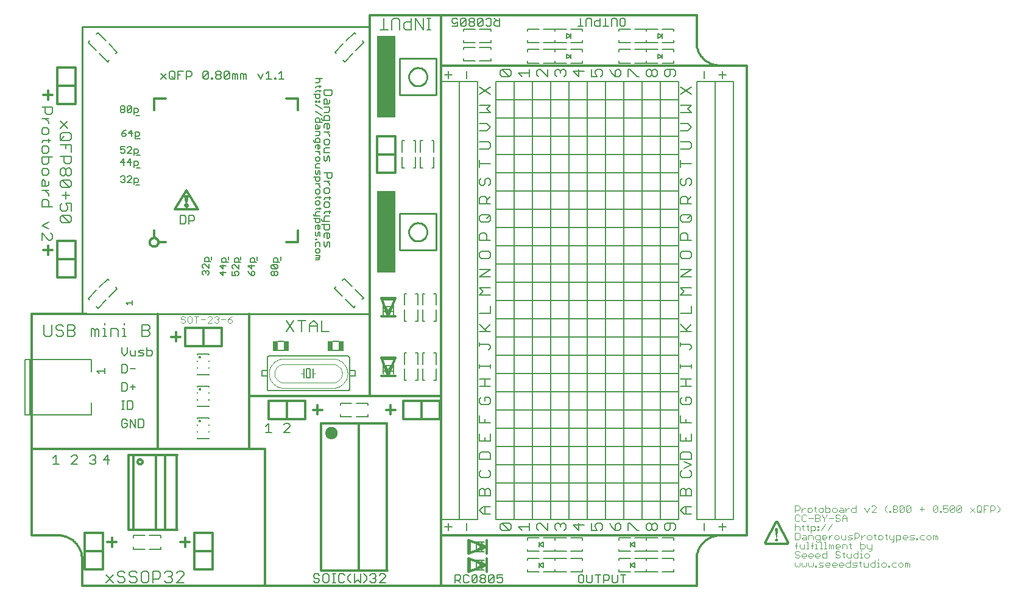
<source format=gto>
G75*
G70*
%OFA0B0*%
%FSLAX24Y24*%
%IPPOS*%
%LPD*%
%AMOC8*
5,1,8,0,0,1.08239X$1,22.5*
%
%ADD10C,0.0120*%
%ADD11C,0.0040*%
%ADD12C,0.0080*%
%ADD13C,0.0070*%
%ADD14C,0.0060*%
%ADD15C,0.0160*%
%ADD16C,0.0050*%
%ADD17C,0.0030*%
%ADD18C,0.0086*%
%ADD19R,0.1000X0.4500*%
%ADD20R,0.0079X0.0551*%
%ADD21R,0.0551X0.0079*%
%ADD22C,0.0020*%
%ADD23R,0.0256X0.0551*%
%ADD24C,0.0100*%
D10*
X007511Y003542D02*
X017511Y003542D01*
X027136Y003542D01*
X027136Y006292D01*
X042511Y006292D01*
X043886Y006292D01*
X043886Y032042D01*
X042386Y032042D01*
X027136Y032042D01*
X027136Y034792D01*
X023261Y034792D01*
X023261Y013917D01*
X027136Y013917D01*
X027136Y032042D01*
X027136Y034792D02*
X041136Y034792D01*
X041136Y033292D01*
X041138Y033224D01*
X041143Y033157D01*
X041152Y033090D01*
X041165Y033023D01*
X041182Y032958D01*
X041201Y032893D01*
X041225Y032829D01*
X041252Y032767D01*
X041282Y032706D01*
X041315Y032648D01*
X041351Y032591D01*
X041391Y032536D01*
X041433Y032483D01*
X041479Y032432D01*
X041526Y032385D01*
X041577Y032339D01*
X041630Y032297D01*
X041685Y032257D01*
X041742Y032221D01*
X041800Y032188D01*
X041861Y032158D01*
X041923Y032131D01*
X041987Y032107D01*
X042052Y032088D01*
X042117Y032071D01*
X042184Y032058D01*
X042251Y032049D01*
X042318Y032044D01*
X042386Y032042D01*
X024636Y028167D02*
X024636Y027167D01*
X023636Y027167D01*
X023636Y026167D01*
X024636Y026167D01*
X024636Y027167D01*
X023636Y027167D02*
X023636Y028167D01*
X024636Y028167D01*
X019323Y029598D02*
X019323Y030228D01*
X018693Y030228D01*
X012078Y030228D02*
X011449Y030228D01*
X011449Y029598D01*
X007136Y029917D02*
X007136Y030917D01*
X006136Y030917D01*
X006136Y029917D01*
X007136Y029917D01*
X005886Y030417D02*
X005386Y030417D01*
X005636Y030167D02*
X005636Y030667D01*
X006136Y030917D02*
X006136Y031917D01*
X007136Y031917D01*
X007136Y030917D01*
X013224Y025199D02*
X013864Y024176D01*
X012584Y024176D01*
X013224Y025199D01*
X013160Y024880D02*
X013288Y024880D01*
X013224Y024560D01*
X013160Y024880D01*
X013160Y024368D02*
X013162Y024383D01*
X013167Y024398D01*
X013176Y024410D01*
X013188Y024421D01*
X013201Y024428D01*
X013216Y024432D01*
X013232Y024432D01*
X013247Y024428D01*
X013260Y024421D01*
X013272Y024410D01*
X013281Y024398D01*
X013286Y024383D01*
X013288Y024368D01*
X013286Y024353D01*
X013281Y024338D01*
X013272Y024326D01*
X013260Y024315D01*
X013247Y024308D01*
X013232Y024304D01*
X013216Y024304D01*
X013201Y024308D01*
X013188Y024315D01*
X013176Y024326D01*
X013167Y024338D01*
X013162Y024353D01*
X013160Y024368D01*
X011449Y022984D02*
X011449Y022669D01*
X011213Y022354D02*
X011215Y022384D01*
X011221Y022414D01*
X011230Y022443D01*
X011243Y022470D01*
X011260Y022495D01*
X011279Y022518D01*
X011302Y022539D01*
X011327Y022556D01*
X011353Y022570D01*
X011382Y022580D01*
X011411Y022587D01*
X011441Y022590D01*
X011472Y022589D01*
X011502Y022584D01*
X011531Y022575D01*
X011558Y022563D01*
X011584Y022548D01*
X011608Y022529D01*
X011629Y022507D01*
X011647Y022483D01*
X011662Y022456D01*
X011673Y022428D01*
X011681Y022399D01*
X011685Y022369D01*
X011685Y022339D01*
X011681Y022309D01*
X011673Y022280D01*
X011662Y022252D01*
X011647Y022225D01*
X011629Y022201D01*
X011608Y022179D01*
X011584Y022160D01*
X011558Y022145D01*
X011531Y022133D01*
X011502Y022124D01*
X011472Y022119D01*
X011441Y022118D01*
X011411Y022121D01*
X011382Y022128D01*
X011353Y022138D01*
X011327Y022152D01*
X011302Y022169D01*
X011279Y022190D01*
X011260Y022213D01*
X011243Y022238D01*
X011230Y022265D01*
X011221Y022294D01*
X011215Y022324D01*
X011213Y022354D01*
X011763Y022354D02*
X012078Y022354D01*
X007136Y022417D02*
X007136Y021417D01*
X006136Y021417D01*
X006136Y020417D01*
X007136Y020417D01*
X007136Y021417D01*
X007136Y022417D02*
X006136Y022417D01*
X006136Y021417D01*
X005886Y021917D02*
X005386Y021917D01*
X005636Y021667D02*
X005636Y022167D01*
X004761Y018417D02*
X004761Y011042D01*
X004761Y006292D01*
X006136Y006292D01*
X006137Y006292D02*
X006208Y006293D01*
X006279Y006291D01*
X006350Y006284D01*
X006420Y006274D01*
X006490Y006260D01*
X006559Y006243D01*
X006627Y006221D01*
X006693Y006196D01*
X006759Y006168D01*
X006822Y006136D01*
X006884Y006100D01*
X006944Y006062D01*
X007001Y006020D01*
X007056Y005975D01*
X007109Y005927D01*
X007159Y005876D01*
X007206Y005823D01*
X007250Y005767D01*
X007291Y005709D01*
X007329Y005649D01*
X007364Y005587D01*
X007395Y005523D01*
X007423Y005457D01*
X007447Y005390D01*
X007467Y005322D01*
X007484Y005253D01*
X007497Y005183D01*
X007506Y005112D01*
X007512Y005042D01*
X007511Y005042D02*
X007511Y003542D01*
X007636Y004417D02*
X007636Y005417D01*
X008636Y005417D01*
X008636Y006417D01*
X007636Y006417D01*
X007636Y005417D01*
X008636Y005417D02*
X008636Y004417D01*
X007636Y004417D01*
X008886Y005917D02*
X009386Y005917D01*
X009136Y005667D02*
X009136Y006167D01*
X010040Y006614D02*
X012727Y006614D01*
X012688Y006622D02*
X012688Y007622D01*
X012688Y007646D02*
X012688Y008646D01*
X012688Y008670D02*
X012688Y009670D01*
X012688Y009693D02*
X012688Y010693D01*
X012727Y010708D02*
X010040Y010708D01*
X010063Y010693D02*
X010063Y009693D01*
X010063Y009670D02*
X010063Y008670D01*
X010063Y008646D02*
X010063Y007646D01*
X010063Y007622D02*
X010063Y006622D01*
X010313Y006622D02*
X010313Y007622D01*
X010313Y007646D02*
X010313Y008646D01*
X010313Y008670D02*
X010313Y009670D01*
X010313Y009693D02*
X010313Y010693D01*
X010552Y010324D02*
X010554Y010346D01*
X010560Y010368D01*
X010569Y010388D01*
X010582Y010406D01*
X010598Y010422D01*
X010616Y010435D01*
X010636Y010444D01*
X010658Y010450D01*
X010680Y010452D01*
X010702Y010450D01*
X010724Y010444D01*
X010744Y010435D01*
X010762Y010422D01*
X010778Y010406D01*
X010791Y010388D01*
X010800Y010368D01*
X010806Y010346D01*
X010808Y010324D01*
X010806Y010302D01*
X010800Y010280D01*
X010791Y010260D01*
X010778Y010242D01*
X010762Y010226D01*
X010744Y010213D01*
X010724Y010204D01*
X010702Y010198D01*
X010680Y010196D01*
X010658Y010198D01*
X010636Y010204D01*
X010616Y010213D01*
X010598Y010226D01*
X010582Y010242D01*
X010569Y010260D01*
X010560Y010280D01*
X010554Y010302D01*
X010552Y010324D01*
X011563Y010693D02*
X011563Y009693D01*
X011563Y009670D02*
X011563Y008670D01*
X011563Y008646D02*
X011563Y007646D01*
X011563Y007622D02*
X011563Y006622D01*
X012063Y006622D02*
X012063Y007622D01*
X012063Y007646D02*
X012063Y008646D01*
X012063Y008670D02*
X012063Y009670D01*
X012063Y009693D02*
X012063Y010693D01*
X011636Y011042D02*
X011636Y018417D01*
X013136Y017667D02*
X013136Y016667D01*
X014136Y016667D01*
X014136Y017667D01*
X013136Y017667D01*
X012636Y017417D02*
X012636Y016917D01*
X012386Y017167D02*
X012886Y017167D01*
X014136Y017667D02*
X015136Y017667D01*
X015136Y016667D01*
X014136Y016667D01*
X016636Y018417D02*
X016636Y013917D01*
X016636Y011042D01*
X017511Y011042D01*
X017511Y003542D01*
X014636Y004417D02*
X014636Y005417D01*
X013636Y005417D01*
X013636Y004417D01*
X014636Y004417D01*
X014636Y005417D02*
X014636Y006417D01*
X013636Y006417D01*
X013636Y005417D01*
X013386Y005917D02*
X012886Y005917D01*
X013136Y005667D02*
X013136Y006167D01*
X011636Y011042D02*
X016636Y011042D01*
X017705Y012667D02*
X018705Y012667D01*
X018705Y013667D01*
X017705Y013667D01*
X017705Y012667D01*
X018705Y012667D02*
X019705Y012667D01*
X019705Y013667D01*
X018705Y013667D01*
X020136Y013167D02*
X020636Y013167D01*
X020386Y013417D02*
X020386Y012917D01*
X020575Y012440D02*
X020575Y011393D01*
X020575Y011440D02*
X020575Y010393D01*
X020575Y010440D02*
X020575Y009393D01*
X020575Y009440D02*
X020575Y008393D01*
X020575Y008440D02*
X020575Y007393D01*
X020575Y007440D02*
X020575Y006393D01*
X020575Y006440D02*
X020575Y005393D01*
X020575Y005440D02*
X020575Y004393D01*
X020589Y004352D02*
X024221Y004352D01*
X024197Y004393D02*
X024197Y005440D01*
X024197Y005393D02*
X024197Y006440D01*
X024197Y006393D02*
X024197Y007440D01*
X024197Y007393D02*
X024197Y008440D01*
X024197Y008393D02*
X024197Y009440D01*
X024197Y009393D02*
X024197Y010440D01*
X024197Y010393D02*
X024197Y011440D01*
X024197Y011393D02*
X024197Y012440D01*
X024136Y012417D02*
X020636Y012417D01*
X022636Y012417D02*
X022636Y011417D01*
X022636Y010417D01*
X022636Y009417D01*
X022636Y008417D01*
X022636Y007417D01*
X022636Y006417D01*
X022636Y005417D01*
X022636Y004417D01*
X027136Y003542D02*
X041136Y003542D01*
X041136Y005042D01*
X041136Y005041D02*
X041142Y005112D01*
X041151Y005183D01*
X041164Y005253D01*
X041181Y005322D01*
X041201Y005390D01*
X041225Y005457D01*
X041253Y005523D01*
X041284Y005587D01*
X041319Y005649D01*
X041357Y005709D01*
X041398Y005767D01*
X041442Y005823D01*
X041489Y005876D01*
X041539Y005927D01*
X041592Y005975D01*
X041647Y006020D01*
X041704Y006062D01*
X041764Y006100D01*
X041826Y006136D01*
X041889Y006168D01*
X041955Y006196D01*
X042021Y006221D01*
X042089Y006243D01*
X042158Y006260D01*
X042228Y006274D01*
X042298Y006284D01*
X042369Y006291D01*
X042440Y006293D01*
X042512Y006292D01*
X044871Y005894D02*
X045487Y007026D01*
X045536Y007026D01*
X046151Y005894D01*
X046102Y005845D01*
X044921Y005845D01*
X044871Y005894D01*
X029636Y006042D02*
X029636Y005667D01*
X028636Y005292D01*
X028636Y006042D01*
X029636Y005667D01*
X029636Y005292D01*
X029636Y005042D02*
X029636Y004667D01*
X028636Y004292D01*
X028636Y005042D01*
X029636Y004667D01*
X029636Y004292D01*
X027136Y006292D02*
X027136Y013917D01*
X027067Y013667D02*
X026067Y013667D01*
X026067Y012667D01*
X027067Y012667D01*
X027067Y013667D01*
X026067Y013667D02*
X025067Y013667D01*
X025067Y012667D01*
X026067Y012667D01*
X024636Y013167D02*
X024136Y013167D01*
X024386Y013417D02*
X024386Y012917D01*
X023261Y013917D02*
X016636Y013917D01*
X011636Y011042D02*
X004761Y011042D01*
X004761Y018417D02*
X007761Y018417D01*
X018693Y022354D02*
X019323Y022354D01*
X019323Y022984D01*
X023886Y019292D02*
X024636Y019292D01*
X024261Y018292D01*
X023886Y019292D01*
X023886Y018292D02*
X024261Y018292D01*
X024636Y018292D01*
X024636Y016042D02*
X023886Y016042D01*
X024261Y015042D01*
X024636Y016042D01*
X024636Y015042D02*
X024261Y015042D01*
X023886Y015042D01*
D11*
X015725Y017997D02*
X015725Y018057D01*
X015664Y018117D01*
X015484Y018117D01*
X015484Y017997D01*
X015544Y017937D01*
X015664Y017937D01*
X015725Y017997D01*
X015604Y018237D02*
X015484Y018117D01*
X015356Y018117D02*
X015116Y018117D01*
X014988Y018177D02*
X014928Y018117D01*
X014988Y018057D01*
X014988Y017997D01*
X014928Y017937D01*
X014808Y017937D01*
X014748Y017997D01*
X014620Y017937D02*
X014379Y017937D01*
X014620Y018177D01*
X014620Y018237D01*
X014560Y018297D01*
X014439Y018297D01*
X014379Y018237D01*
X014251Y018117D02*
X014011Y018117D01*
X013883Y018297D02*
X013643Y018297D01*
X013763Y018297D02*
X013763Y017937D01*
X013515Y017997D02*
X013515Y018237D01*
X013455Y018297D01*
X013335Y018297D01*
X013275Y018237D01*
X013275Y017997D01*
X013335Y017937D01*
X013455Y017937D01*
X013515Y017997D01*
X013146Y017997D02*
X013146Y018057D01*
X013086Y018117D01*
X012966Y018117D01*
X012906Y018177D01*
X012906Y018237D01*
X012966Y018297D01*
X013086Y018297D01*
X013146Y018237D01*
X013146Y017997D02*
X013086Y017937D01*
X012966Y017937D01*
X012906Y017997D01*
X014748Y018237D02*
X014808Y018297D01*
X014928Y018297D01*
X014988Y018237D01*
X014988Y018177D01*
X014928Y018117D02*
X014868Y018117D01*
X015604Y018237D02*
X015725Y018297D01*
D12*
X018676Y018077D02*
X019090Y017457D01*
X018676Y017457D02*
X019090Y018077D01*
X019321Y018077D02*
X019734Y018077D01*
X019528Y018077D02*
X019528Y017457D01*
X019965Y017457D02*
X019965Y017870D01*
X020172Y018077D01*
X020379Y017870D01*
X020379Y017457D01*
X020610Y017457D02*
X021023Y017457D01*
X020610Y017457D02*
X020610Y018077D01*
X020379Y017767D02*
X019965Y017767D01*
X011211Y017724D02*
X011211Y017620D01*
X011108Y017517D01*
X010797Y017517D01*
X010797Y017207D02*
X010797Y017827D01*
X011108Y017827D01*
X011211Y017724D01*
X011108Y017517D02*
X011211Y017414D01*
X011211Y017310D01*
X011108Y017207D01*
X010797Y017207D01*
X009930Y017207D02*
X009723Y017207D01*
X009826Y017207D02*
X009826Y017620D01*
X009723Y017620D01*
X009826Y017827D02*
X009826Y017931D01*
X009492Y017517D02*
X009492Y017207D01*
X009492Y017517D02*
X009389Y017620D01*
X009079Y017620D01*
X009079Y017207D01*
X008856Y017207D02*
X008649Y017207D01*
X008752Y017207D02*
X008752Y017620D01*
X008649Y017620D01*
X008752Y017827D02*
X008752Y017931D01*
X008418Y017517D02*
X008418Y017207D01*
X008211Y017207D02*
X008211Y017517D01*
X008315Y017620D01*
X008418Y017517D01*
X008211Y017517D02*
X008108Y017620D01*
X008004Y017620D01*
X008004Y017207D01*
X007129Y017310D02*
X007026Y017207D01*
X006715Y017207D01*
X006715Y017827D01*
X007026Y017827D01*
X007129Y017724D01*
X007129Y017620D01*
X007026Y017517D01*
X006715Y017517D01*
X006484Y017414D02*
X006484Y017310D01*
X006381Y017207D01*
X006174Y017207D01*
X006071Y017310D01*
X005840Y017310D02*
X005840Y017827D01*
X006071Y017724D02*
X006071Y017620D01*
X006174Y017517D01*
X006381Y017517D01*
X006484Y017414D01*
X006484Y017724D02*
X006381Y017827D01*
X006174Y017827D01*
X006071Y017724D01*
X005840Y017310D02*
X005736Y017207D01*
X005530Y017207D01*
X005426Y017310D01*
X005426Y017827D01*
X007026Y017517D02*
X007129Y017414D01*
X007129Y017310D01*
X005785Y022477D02*
X005882Y022574D01*
X005882Y022768D01*
X005785Y022864D01*
X005688Y023085D02*
X005301Y023279D01*
X005688Y023472D01*
X006301Y023535D02*
X006301Y023742D01*
X006405Y023845D01*
X006818Y023432D01*
X006405Y023432D01*
X006301Y023535D01*
X006405Y023845D02*
X006818Y023845D01*
X006922Y023742D01*
X006922Y023535D01*
X006818Y023432D01*
X006922Y024076D02*
X006922Y024490D01*
X006611Y024490D01*
X006715Y024283D01*
X006715Y024180D01*
X006611Y024076D01*
X006405Y024076D01*
X006301Y024180D01*
X006301Y024387D01*
X006405Y024490D01*
X006611Y024721D02*
X006611Y025135D01*
X006818Y024928D02*
X006405Y024928D01*
X006405Y025365D02*
X006301Y025469D01*
X006301Y025676D01*
X006405Y025779D01*
X006818Y025365D01*
X006405Y025365D01*
X006818Y025365D02*
X006922Y025469D01*
X006922Y025676D01*
X006818Y025779D01*
X006405Y025779D01*
X006405Y026010D02*
X006301Y026113D01*
X006301Y026320D01*
X006405Y026424D01*
X006508Y026424D01*
X006611Y026320D01*
X006611Y026113D01*
X006508Y026010D01*
X006405Y026010D01*
X006611Y026113D02*
X006715Y026010D01*
X006818Y026010D01*
X006922Y026113D01*
X006922Y026320D01*
X006818Y026424D01*
X006715Y026424D01*
X006611Y026320D01*
X006611Y026654D02*
X006508Y026758D01*
X006508Y027068D01*
X006301Y027068D02*
X006922Y027068D01*
X006922Y026758D01*
X006818Y026654D01*
X006611Y026654D01*
X006922Y027299D02*
X006922Y027713D01*
X006301Y027713D01*
X006301Y027944D02*
X006508Y028150D01*
X006405Y027944D02*
X006301Y028047D01*
X006301Y028254D01*
X006405Y028357D01*
X006818Y028357D01*
X006922Y028254D01*
X006922Y028047D01*
X006818Y027944D01*
X006405Y027944D01*
X006611Y027713D02*
X006611Y027506D01*
X005882Y027017D02*
X005301Y027017D01*
X005301Y026727D01*
X005398Y026630D01*
X005591Y026630D01*
X005688Y026727D01*
X005688Y027017D01*
X005591Y027238D02*
X005688Y027334D01*
X005688Y027528D01*
X005591Y027625D01*
X005398Y027625D01*
X005301Y027528D01*
X005301Y027334D01*
X005398Y027238D01*
X005591Y027238D01*
X005688Y027836D02*
X005688Y028030D01*
X005785Y027933D02*
X005398Y027933D01*
X005301Y027836D01*
X005398Y028251D02*
X005591Y028251D01*
X005688Y028347D01*
X005688Y028541D01*
X005591Y028638D01*
X005398Y028638D01*
X005301Y028541D01*
X005301Y028347D01*
X005398Y028251D01*
X005688Y028854D02*
X005688Y028951D01*
X005495Y029144D01*
X005688Y029144D02*
X005301Y029144D01*
X005591Y029365D02*
X005495Y029461D01*
X005495Y029752D01*
X005301Y029752D02*
X005882Y029752D01*
X005882Y029461D01*
X005785Y029365D01*
X005591Y029365D01*
X006301Y029002D02*
X006715Y028588D01*
X006715Y029002D02*
X006301Y028588D01*
X005591Y026409D02*
X005398Y026409D01*
X005301Y026313D01*
X005301Y026119D01*
X005398Y026022D01*
X005591Y026022D01*
X005688Y026119D01*
X005688Y026313D01*
X005591Y026409D01*
X005398Y025802D02*
X005495Y025705D01*
X005495Y025415D01*
X005591Y025415D02*
X005301Y025415D01*
X005301Y025705D01*
X005398Y025802D01*
X005688Y025705D02*
X005688Y025511D01*
X005591Y025415D01*
X005495Y025194D02*
X005688Y025000D01*
X005688Y024904D01*
X005591Y024687D02*
X005688Y024591D01*
X005688Y024300D01*
X005882Y024300D02*
X005301Y024300D01*
X005301Y024591D01*
X005398Y024687D01*
X005591Y024687D01*
X005688Y025194D02*
X005301Y025194D01*
X005301Y022864D02*
X005688Y022477D01*
X005785Y022477D01*
X005301Y022477D02*
X005301Y022864D01*
X023819Y034006D02*
X024233Y034006D01*
X024026Y034006D02*
X024026Y034627D01*
X024464Y034523D02*
X024464Y034006D01*
X024877Y034006D02*
X024877Y034523D01*
X024774Y034627D01*
X024567Y034627D01*
X024464Y034523D01*
X025108Y034316D02*
X025212Y034420D01*
X025522Y034420D01*
X025522Y034627D02*
X025522Y034006D01*
X025212Y034006D01*
X025108Y034110D01*
X025108Y034316D01*
X025753Y034006D02*
X025753Y034627D01*
X026167Y034006D01*
X026167Y034627D01*
X026389Y034627D02*
X026596Y034627D01*
X026493Y034627D02*
X026493Y034006D01*
X026596Y034006D02*
X026389Y034006D01*
X012979Y004327D02*
X012772Y004327D01*
X012668Y004224D01*
X012438Y004224D02*
X012438Y004120D01*
X012334Y004017D01*
X012438Y003914D01*
X012438Y003810D01*
X012334Y003707D01*
X012127Y003707D01*
X012024Y003810D01*
X012231Y004017D02*
X012334Y004017D01*
X012438Y004224D02*
X012334Y004327D01*
X012127Y004327D01*
X012024Y004224D01*
X011793Y004224D02*
X011793Y004017D01*
X011690Y003914D01*
X011379Y003914D01*
X011379Y003707D02*
X011379Y004327D01*
X011690Y004327D01*
X011793Y004224D01*
X011148Y004224D02*
X011148Y003810D01*
X011045Y003707D01*
X010838Y003707D01*
X010735Y003810D01*
X010735Y004224D01*
X010838Y004327D01*
X011045Y004327D01*
X011148Y004224D01*
X010504Y004224D02*
X010401Y004327D01*
X010194Y004327D01*
X010090Y004224D01*
X010090Y004120D01*
X010194Y004017D01*
X010401Y004017D01*
X010504Y003914D01*
X010504Y003810D01*
X010401Y003707D01*
X010194Y003707D01*
X010090Y003810D01*
X009859Y003810D02*
X009756Y003707D01*
X009549Y003707D01*
X009446Y003810D01*
X009549Y004017D02*
X009756Y004017D01*
X009859Y003914D01*
X009859Y003810D01*
X009549Y004017D02*
X009446Y004120D01*
X009446Y004224D01*
X009549Y004327D01*
X009756Y004327D01*
X009859Y004224D01*
X009215Y004120D02*
X008801Y003707D01*
X008801Y004120D02*
X009215Y003707D01*
X012668Y003707D02*
X013082Y004120D01*
X013082Y004224D01*
X012979Y004327D01*
X013082Y003707D02*
X012668Y003707D01*
D13*
X020171Y003783D02*
X020253Y003702D01*
X020416Y003702D01*
X020498Y003783D01*
X020498Y003865D01*
X020416Y003947D01*
X020253Y003947D01*
X020171Y004029D01*
X020171Y004110D01*
X020253Y004192D01*
X020416Y004192D01*
X020498Y004110D01*
X020687Y004110D02*
X020687Y003783D01*
X020769Y003702D01*
X020932Y003702D01*
X021014Y003783D01*
X021014Y004110D01*
X020932Y004192D01*
X020769Y004192D01*
X020687Y004110D01*
X021202Y004192D02*
X021366Y004192D01*
X021284Y004192D02*
X021284Y003702D01*
X021202Y003702D02*
X021366Y003702D01*
X021546Y003783D02*
X021628Y003702D01*
X021791Y003702D01*
X021873Y003783D01*
X022062Y003865D02*
X022225Y003702D01*
X022406Y003702D02*
X022569Y003865D01*
X022733Y003702D01*
X022733Y004192D01*
X022921Y004192D02*
X023085Y004029D01*
X023085Y003865D01*
X022921Y003702D01*
X023265Y003783D02*
X023347Y003702D01*
X023510Y003702D01*
X023592Y003783D01*
X023592Y003865D01*
X023510Y003947D01*
X023428Y003947D01*
X023510Y003947D02*
X023592Y004029D01*
X023592Y004110D01*
X023510Y004192D01*
X023347Y004192D01*
X023265Y004110D01*
X023781Y004110D02*
X023862Y004192D01*
X024026Y004192D01*
X024108Y004110D01*
X024108Y004029D01*
X023781Y003702D01*
X024108Y003702D01*
X022406Y003702D02*
X022406Y004192D01*
X022225Y004192D02*
X022062Y004029D01*
X022062Y003865D01*
X021873Y004110D02*
X021791Y004192D01*
X021628Y004192D01*
X021546Y004110D01*
X021546Y003783D01*
X027359Y006774D02*
X027753Y006774D01*
X027556Y006970D02*
X027556Y006577D01*
X028556Y006577D02*
X028556Y006970D01*
X029261Y007652D02*
X029458Y007456D01*
X029851Y007456D01*
X029556Y007456D02*
X029556Y007849D01*
X029458Y007849D02*
X029851Y007849D01*
X029458Y007849D02*
X029261Y007652D01*
X029261Y008456D02*
X029261Y008751D01*
X029359Y008849D01*
X029458Y008849D01*
X029556Y008751D01*
X029556Y008456D01*
X029556Y008751D02*
X029654Y008849D01*
X029753Y008849D01*
X029851Y008751D01*
X029851Y008456D01*
X029261Y008456D01*
X029359Y009456D02*
X029753Y009456D01*
X029851Y009554D01*
X029851Y009751D01*
X029753Y009849D01*
X029359Y009849D02*
X029261Y009751D01*
X029261Y009554D01*
X029359Y009456D01*
X029261Y010456D02*
X029261Y010751D01*
X029359Y010849D01*
X029753Y010849D01*
X029851Y010751D01*
X029851Y010456D01*
X029261Y010456D01*
X029261Y011456D02*
X029851Y011456D01*
X029851Y011849D01*
X029556Y011652D02*
X029556Y011456D01*
X029261Y011456D02*
X029261Y011849D01*
X029261Y012456D02*
X029261Y012849D01*
X029556Y012652D02*
X029556Y012456D01*
X029851Y012456D02*
X029261Y012456D01*
X029359Y013456D02*
X029753Y013456D01*
X029851Y013554D01*
X029851Y013751D01*
X029753Y013849D01*
X029556Y013849D01*
X029556Y013652D01*
X029359Y013456D02*
X029261Y013554D01*
X029261Y013751D01*
X029359Y013849D01*
X029261Y014456D02*
X029851Y014456D01*
X029556Y014456D02*
X029556Y014849D01*
X029261Y014849D02*
X029851Y014849D01*
X029851Y015456D02*
X029851Y015652D01*
X029851Y015554D02*
X029261Y015554D01*
X029261Y015456D02*
X029261Y015652D01*
X029753Y016456D02*
X029851Y016554D01*
X029851Y016652D01*
X029753Y016751D01*
X029261Y016751D01*
X029261Y016849D02*
X029261Y016652D01*
X029261Y017456D02*
X029851Y017456D01*
X029654Y017456D02*
X029261Y017849D01*
X029556Y017554D02*
X029851Y017849D01*
X029851Y018456D02*
X029261Y018456D01*
X029851Y018456D02*
X029851Y018849D01*
X029851Y019456D02*
X029261Y019456D01*
X029458Y019652D01*
X029261Y019849D01*
X029851Y019849D01*
X029851Y020456D02*
X029261Y020456D01*
X029851Y020849D01*
X029261Y020849D01*
X029359Y021456D02*
X029753Y021456D01*
X029851Y021554D01*
X029851Y021751D01*
X029753Y021849D01*
X029359Y021849D01*
X029261Y021751D01*
X029261Y021554D01*
X029359Y021456D01*
X029261Y022456D02*
X029261Y022751D01*
X029359Y022849D01*
X029556Y022849D01*
X029654Y022751D01*
X029654Y022456D01*
X029851Y022456D02*
X029261Y022456D01*
X029359Y023456D02*
X029261Y023554D01*
X029261Y023751D01*
X029359Y023849D01*
X029753Y023849D01*
X029851Y023751D01*
X029851Y023554D01*
X029753Y023456D01*
X029359Y023456D01*
X029654Y023652D02*
X029851Y023849D01*
X029851Y024456D02*
X029261Y024456D01*
X029261Y024751D01*
X029359Y024849D01*
X029556Y024849D01*
X029654Y024751D01*
X029654Y024456D01*
X029654Y024652D02*
X029851Y024849D01*
X029753Y025456D02*
X029851Y025554D01*
X029851Y025751D01*
X029753Y025849D01*
X029654Y025849D01*
X029556Y025751D01*
X029556Y025554D01*
X029458Y025456D01*
X029359Y025456D01*
X029261Y025554D01*
X029261Y025751D01*
X029359Y025849D01*
X029261Y026456D02*
X029261Y026849D01*
X029261Y026652D02*
X029851Y026652D01*
X029753Y027456D02*
X029261Y027456D01*
X029261Y027849D02*
X029753Y027849D01*
X029851Y027751D01*
X029851Y027554D01*
X029753Y027456D01*
X029654Y028456D02*
X029261Y028456D01*
X029261Y028849D02*
X029654Y028849D01*
X029851Y028652D01*
X029654Y028456D01*
X029851Y029456D02*
X029261Y029456D01*
X029261Y029849D02*
X029851Y029849D01*
X029654Y029652D01*
X029851Y029456D01*
X029851Y030456D02*
X029261Y030849D01*
X029261Y030456D02*
X029851Y030849D01*
X030484Y031444D02*
X030386Y031542D01*
X030386Y031739D01*
X030484Y031837D01*
X030878Y031444D01*
X030976Y031542D01*
X030976Y031739D01*
X030878Y031837D01*
X030484Y031837D01*
X030484Y031444D02*
X030878Y031444D01*
X031386Y031641D02*
X031976Y031641D01*
X031976Y031837D02*
X031976Y031444D01*
X031583Y031444D02*
X031386Y031641D01*
X032386Y031739D02*
X032386Y031542D01*
X032484Y031444D01*
X032386Y031739D02*
X032484Y031837D01*
X032583Y031837D01*
X032976Y031444D01*
X032976Y031837D01*
X033386Y031739D02*
X033484Y031837D01*
X033583Y031837D01*
X033681Y031739D01*
X033779Y031837D01*
X033878Y031837D01*
X033976Y031739D01*
X033976Y031542D01*
X033878Y031444D01*
X033681Y031641D02*
X033681Y031739D01*
X033386Y031739D02*
X033386Y031542D01*
X033484Y031444D01*
X034386Y031739D02*
X034681Y031444D01*
X034681Y031837D01*
X034976Y031739D02*
X034386Y031739D01*
X035386Y031837D02*
X035386Y031444D01*
X035681Y031444D01*
X035583Y031641D01*
X035583Y031739D01*
X035681Y031837D01*
X035878Y031837D01*
X035976Y031739D01*
X035976Y031542D01*
X035878Y031444D01*
X036484Y031641D02*
X036681Y031444D01*
X036681Y031739D01*
X036779Y031837D01*
X036878Y031837D01*
X036976Y031739D01*
X036976Y031542D01*
X036878Y031444D01*
X036681Y031444D01*
X036484Y031641D02*
X036386Y031837D01*
X037386Y031837D02*
X037386Y031444D01*
X037386Y031837D02*
X037484Y031837D01*
X037878Y031444D01*
X037976Y031444D01*
X038386Y031542D02*
X038386Y031739D01*
X038484Y031837D01*
X038583Y031837D01*
X038681Y031739D01*
X038681Y031542D01*
X038583Y031444D01*
X038484Y031444D01*
X038386Y031542D01*
X038681Y031542D02*
X038779Y031444D01*
X038878Y031444D01*
X038976Y031542D01*
X038976Y031739D01*
X038878Y031837D01*
X038779Y031837D01*
X038681Y031739D01*
X039386Y031739D02*
X039386Y031542D01*
X039484Y031444D01*
X039583Y031444D01*
X039681Y031542D01*
X039681Y031837D01*
X039484Y031837D02*
X039386Y031739D01*
X039484Y031837D02*
X039878Y031837D01*
X039976Y031739D01*
X039976Y031542D01*
X039878Y031444D01*
X040261Y030849D02*
X040851Y030456D01*
X040851Y030849D02*
X040261Y030456D01*
X040261Y029849D02*
X040851Y029849D01*
X040654Y029652D01*
X040851Y029456D01*
X040261Y029456D01*
X040261Y028849D02*
X040654Y028849D01*
X040851Y028652D01*
X040654Y028456D01*
X040261Y028456D01*
X040261Y027849D02*
X040753Y027849D01*
X040851Y027751D01*
X040851Y027554D01*
X040753Y027456D01*
X040261Y027456D01*
X040261Y026849D02*
X040261Y026456D01*
X040261Y026652D02*
X040851Y026652D01*
X040753Y025849D02*
X040851Y025751D01*
X040851Y025554D01*
X040753Y025456D01*
X040556Y025554D02*
X040556Y025751D01*
X040654Y025849D01*
X040753Y025849D01*
X040556Y025554D02*
X040458Y025456D01*
X040359Y025456D01*
X040261Y025554D01*
X040261Y025751D01*
X040359Y025849D01*
X040359Y024849D02*
X040556Y024849D01*
X040654Y024751D01*
X040654Y024456D01*
X040654Y024652D02*
X040851Y024849D01*
X040851Y024456D02*
X040261Y024456D01*
X040261Y024751D01*
X040359Y024849D01*
X040359Y023849D02*
X040753Y023849D01*
X040851Y023751D01*
X040851Y023554D01*
X040753Y023456D01*
X040359Y023456D01*
X040261Y023554D01*
X040261Y023751D01*
X040359Y023849D01*
X040654Y023652D02*
X040851Y023849D01*
X040556Y022849D02*
X040654Y022751D01*
X040654Y022456D01*
X040851Y022456D02*
X040261Y022456D01*
X040261Y022751D01*
X040359Y022849D01*
X040556Y022849D01*
X040359Y021849D02*
X040261Y021751D01*
X040261Y021554D01*
X040359Y021456D01*
X040753Y021456D01*
X040851Y021554D01*
X040851Y021751D01*
X040753Y021849D01*
X040359Y021849D01*
X040261Y020849D02*
X040851Y020849D01*
X040261Y020456D01*
X040851Y020456D01*
X040851Y019849D02*
X040261Y019849D01*
X040458Y019652D01*
X040261Y019456D01*
X040851Y019456D01*
X040851Y018849D02*
X040851Y018456D01*
X040261Y018456D01*
X040261Y017849D02*
X040654Y017456D01*
X040556Y017554D02*
X040851Y017849D01*
X040851Y017456D02*
X040261Y017456D01*
X040261Y016849D02*
X040261Y016652D01*
X040261Y016751D02*
X040753Y016751D01*
X040851Y016652D01*
X040851Y016554D01*
X040753Y016456D01*
X040851Y015652D02*
X040851Y015456D01*
X040851Y015554D02*
X040261Y015554D01*
X040261Y015456D02*
X040261Y015652D01*
X040261Y014849D02*
X040851Y014849D01*
X040556Y014849D02*
X040556Y014456D01*
X040851Y014456D02*
X040261Y014456D01*
X040359Y013849D02*
X040261Y013751D01*
X040261Y013554D01*
X040359Y013456D01*
X040753Y013456D01*
X040851Y013554D01*
X040851Y013751D01*
X040753Y013849D01*
X040556Y013849D01*
X040556Y013652D01*
X040261Y012849D02*
X040261Y012456D01*
X040851Y012456D01*
X040556Y012456D02*
X040556Y012652D01*
X040261Y011849D02*
X040261Y011456D01*
X040851Y011456D01*
X040851Y011849D01*
X040556Y011652D02*
X040556Y011456D01*
X040359Y010849D02*
X040261Y010751D01*
X040261Y010456D01*
X040851Y010456D01*
X040851Y010751D01*
X040753Y010849D01*
X040359Y010849D01*
X040458Y010345D02*
X040851Y010149D01*
X040458Y009952D01*
X040359Y009849D02*
X040261Y009751D01*
X040261Y009554D01*
X040359Y009456D01*
X040753Y009456D01*
X040851Y009554D01*
X040851Y009751D01*
X040753Y009849D01*
X040753Y008849D02*
X040851Y008751D01*
X040851Y008456D01*
X040261Y008456D01*
X040261Y008751D01*
X040359Y008849D01*
X040458Y008849D01*
X040556Y008751D01*
X040556Y008456D01*
X040556Y008751D02*
X040654Y008849D01*
X040753Y008849D01*
X040851Y007849D02*
X040458Y007849D01*
X040261Y007652D01*
X040458Y007456D01*
X040851Y007456D01*
X040556Y007456D02*
X040556Y007849D01*
X039878Y006963D02*
X039484Y006963D01*
X039386Y006865D01*
X039386Y006668D01*
X039484Y006570D01*
X039583Y006570D01*
X039681Y006668D01*
X039681Y006963D01*
X039878Y006963D02*
X039976Y006865D01*
X039976Y006668D01*
X039878Y006570D01*
X038976Y006668D02*
X038976Y006865D01*
X038878Y006963D01*
X038779Y006963D01*
X038681Y006865D01*
X038681Y006668D01*
X038583Y006570D01*
X038484Y006570D01*
X038386Y006668D01*
X038386Y006865D01*
X038484Y006963D01*
X038583Y006963D01*
X038681Y006865D01*
X038681Y006668D02*
X038779Y006570D01*
X038878Y006570D01*
X038976Y006668D01*
X037976Y006570D02*
X037878Y006570D01*
X037484Y006963D01*
X037386Y006963D01*
X037386Y006570D01*
X036976Y006668D02*
X036976Y006865D01*
X036878Y006963D01*
X036779Y006963D01*
X036681Y006865D01*
X036681Y006570D01*
X036878Y006570D01*
X036976Y006668D01*
X036681Y006570D02*
X036484Y006767D01*
X036386Y006963D01*
X035976Y006865D02*
X035976Y006668D01*
X035878Y006570D01*
X035681Y006570D02*
X035583Y006767D01*
X035583Y006865D01*
X035681Y006963D01*
X035878Y006963D01*
X035976Y006865D01*
X035681Y006570D02*
X035386Y006570D01*
X035386Y006963D01*
X034976Y006865D02*
X034386Y006865D01*
X034681Y006570D01*
X034681Y006963D01*
X033976Y006865D02*
X033976Y006668D01*
X033878Y006570D01*
X033681Y006767D02*
X033681Y006865D01*
X033779Y006963D01*
X033878Y006963D01*
X033976Y006865D01*
X033681Y006865D02*
X033583Y006963D01*
X033484Y006963D01*
X033386Y006865D01*
X033386Y006668D01*
X033484Y006570D01*
X032976Y006570D02*
X032583Y006963D01*
X032484Y006963D01*
X032386Y006865D01*
X032386Y006668D01*
X032484Y006570D01*
X032976Y006570D02*
X032976Y006963D01*
X031976Y006963D02*
X031976Y006570D01*
X031976Y006767D02*
X031386Y006767D01*
X031583Y006570D01*
X030976Y006668D02*
X030976Y006865D01*
X030878Y006963D01*
X030484Y006963D01*
X030878Y006570D01*
X030976Y006668D01*
X030878Y006570D02*
X030484Y006570D01*
X030386Y006668D01*
X030386Y006865D01*
X030484Y006963D01*
X041556Y006970D02*
X041556Y006577D01*
X042359Y006774D02*
X042753Y006774D01*
X042556Y006970D02*
X042556Y006577D01*
X042556Y031327D02*
X042556Y031720D01*
X042359Y031524D02*
X042753Y031524D01*
X041556Y031720D02*
X041556Y031327D01*
X028556Y031327D02*
X028556Y031720D01*
X027753Y031524D02*
X027359Y031524D01*
X027556Y031720D02*
X027556Y031327D01*
D14*
X027761Y034196D02*
X028054Y034196D01*
X028054Y034417D01*
X027908Y034343D01*
X027834Y034343D01*
X027761Y034417D01*
X027761Y034563D01*
X027834Y034637D01*
X027981Y034637D01*
X028054Y034563D01*
X028221Y034563D02*
X028295Y034637D01*
X028441Y034637D01*
X028515Y034563D01*
X028221Y034270D01*
X028221Y034563D01*
X028221Y034270D02*
X028295Y034196D01*
X028441Y034196D01*
X028515Y034270D01*
X028515Y034563D01*
X028682Y034563D02*
X028755Y034637D01*
X028902Y034637D01*
X028975Y034563D01*
X028975Y034490D01*
X028902Y034417D01*
X028755Y034417D01*
X028682Y034490D01*
X028682Y034563D01*
X028755Y034417D02*
X028682Y034343D01*
X028682Y034270D01*
X028755Y034196D01*
X028902Y034196D01*
X028975Y034270D01*
X028975Y034343D01*
X028902Y034417D01*
X029142Y034563D02*
X029215Y034637D01*
X029362Y034637D01*
X029436Y034563D01*
X029142Y034270D01*
X029142Y034563D01*
X029142Y034270D02*
X029215Y034196D01*
X029362Y034196D01*
X029436Y034270D01*
X029436Y034563D01*
X029602Y034563D02*
X029676Y034637D01*
X029822Y034637D01*
X029896Y034563D01*
X029896Y034270D01*
X029822Y034196D01*
X029676Y034196D01*
X029602Y034270D01*
X030063Y034270D02*
X030063Y034417D01*
X030136Y034490D01*
X030356Y034490D01*
X030209Y034490D02*
X030063Y034637D01*
X030356Y034637D02*
X030356Y034196D01*
X030136Y034196D01*
X030063Y034270D01*
X034636Y034196D02*
X034929Y034196D01*
X034783Y034196D02*
X034783Y034637D01*
X035096Y034563D02*
X035096Y034196D01*
X035390Y034196D02*
X035390Y034563D01*
X035316Y034637D01*
X035170Y034637D01*
X035096Y034563D01*
X035557Y034417D02*
X035630Y034490D01*
X035850Y034490D01*
X035850Y034637D02*
X035850Y034196D01*
X035630Y034196D01*
X035557Y034270D01*
X035557Y034417D01*
X036017Y034196D02*
X036311Y034196D01*
X036164Y034196D02*
X036164Y034637D01*
X036477Y034563D02*
X036477Y034196D01*
X036771Y034196D02*
X036771Y034563D01*
X036697Y034637D01*
X036551Y034637D01*
X036477Y034563D01*
X036938Y034563D02*
X036938Y034270D01*
X037011Y034196D01*
X037158Y034196D01*
X037231Y034270D01*
X037231Y034563D01*
X037158Y034637D01*
X037011Y034637D01*
X036938Y034563D01*
X021198Y030692D02*
X021198Y030472D01*
X021124Y030398D01*
X020831Y030398D01*
X020757Y030472D01*
X020757Y030692D01*
X021198Y030692D01*
X021051Y030158D02*
X021051Y030011D01*
X020978Y029938D01*
X020757Y029938D01*
X020757Y030158D01*
X020831Y030231D01*
X020904Y030158D01*
X020904Y029938D01*
X020757Y029771D02*
X021051Y029771D01*
X021051Y029551D01*
X020978Y029478D01*
X020757Y029478D01*
X020831Y029311D02*
X020757Y029237D01*
X020757Y029017D01*
X020684Y029017D02*
X021051Y029017D01*
X021051Y029237D01*
X020978Y029311D01*
X020831Y029311D01*
X020611Y029164D02*
X020611Y029091D01*
X020684Y029017D01*
X020831Y028850D02*
X020978Y028850D01*
X021051Y028777D01*
X021051Y028630D01*
X020978Y028557D01*
X020904Y028557D01*
X020904Y028850D01*
X020831Y028850D02*
X020757Y028777D01*
X020757Y028630D01*
X020757Y028390D02*
X021051Y028390D01*
X021051Y028243D02*
X021051Y028170D01*
X021051Y028243D02*
X020904Y028390D01*
X020831Y028006D02*
X020757Y027933D01*
X020757Y027786D01*
X020831Y027713D01*
X020978Y027713D01*
X021051Y027786D01*
X021051Y027933D01*
X020978Y028006D01*
X020831Y028006D01*
X020831Y027546D02*
X020757Y027473D01*
X020757Y027252D01*
X021051Y027252D01*
X020978Y027086D02*
X021051Y027012D01*
X021051Y026792D01*
X020904Y026866D02*
X020904Y027012D01*
X020978Y027086D01*
X020757Y027086D02*
X020757Y026866D01*
X020831Y026792D01*
X020904Y026866D01*
X020831Y027546D02*
X021051Y027546D01*
X021198Y026165D02*
X020757Y026165D01*
X020904Y026165D02*
X020904Y025945D01*
X020978Y025871D01*
X021124Y025871D01*
X021198Y025945D01*
X021198Y026165D01*
X021051Y025705D02*
X020757Y025705D01*
X020904Y025705D02*
X021051Y025558D01*
X021051Y025484D01*
X020978Y025321D02*
X020831Y025321D01*
X020757Y025248D01*
X020757Y025101D01*
X020831Y025027D01*
X020978Y025027D01*
X021051Y025101D01*
X021051Y025248D01*
X020978Y025321D01*
X021051Y024861D02*
X021051Y024714D01*
X021124Y024787D02*
X020831Y024787D01*
X020757Y024714D01*
X020831Y024554D02*
X020757Y024480D01*
X020757Y024334D01*
X020831Y024260D01*
X020978Y024260D01*
X021051Y024334D01*
X021051Y024480D01*
X020978Y024554D01*
X020831Y024554D01*
X021051Y024093D02*
X021051Y023947D01*
X021124Y024020D02*
X020831Y024020D01*
X020757Y023947D01*
X020831Y023787D02*
X020757Y023713D01*
X020757Y023493D01*
X020684Y023493D02*
X020611Y023566D01*
X020611Y023640D01*
X020684Y023493D02*
X021051Y023493D01*
X021051Y023326D02*
X021051Y023106D01*
X020978Y023033D01*
X020831Y023033D01*
X020757Y023106D01*
X020757Y023326D01*
X020611Y023326D02*
X021051Y023326D01*
X021051Y023787D02*
X020831Y023787D01*
X020831Y022866D02*
X020978Y022866D01*
X021051Y022792D01*
X021051Y022646D01*
X020978Y022572D01*
X020904Y022572D01*
X020904Y022866D01*
X020831Y022866D02*
X020757Y022792D01*
X020757Y022646D01*
X020757Y022405D02*
X020757Y022185D01*
X020831Y022112D01*
X020904Y022185D01*
X020904Y022332D01*
X020978Y022405D01*
X021051Y022332D01*
X021051Y022112D01*
X018372Y021548D02*
X018372Y021364D01*
X017086Y021364D02*
X017086Y021548D01*
X016182Y021575D02*
X016182Y021392D01*
X015509Y021392D02*
X015509Y021575D01*
X014590Y021575D02*
X014590Y021392D01*
X013350Y023378D02*
X013350Y023818D01*
X013570Y023818D01*
X013644Y023745D01*
X013644Y023598D01*
X013570Y023525D01*
X013350Y023525D01*
X013184Y023451D02*
X013184Y023745D01*
X013110Y023818D01*
X012890Y023818D01*
X012890Y023378D01*
X013110Y023378D01*
X013184Y023451D01*
X010636Y025510D02*
X010453Y025510D01*
X010486Y026444D02*
X010670Y026444D01*
X010670Y027118D02*
X010486Y027118D01*
X010486Y028037D02*
X010670Y028037D01*
X010642Y029288D02*
X010459Y029288D01*
X011825Y031295D02*
X012119Y031589D01*
X012285Y031662D02*
X012285Y031369D01*
X012359Y031295D01*
X012505Y031295D01*
X012579Y031369D01*
X012579Y031662D01*
X012505Y031736D01*
X012359Y031736D01*
X012285Y031662D01*
X012432Y031442D02*
X012579Y031295D01*
X012746Y031295D02*
X012746Y031736D01*
X013039Y031736D01*
X013206Y031736D02*
X013426Y031736D01*
X013500Y031662D01*
X013500Y031516D01*
X013426Y031442D01*
X013206Y031442D01*
X013206Y031295D02*
X013206Y031736D01*
X012892Y031516D02*
X012746Y031516D01*
X012119Y031295D02*
X011825Y031589D01*
X014127Y031662D02*
X014127Y031369D01*
X014420Y031662D01*
X014420Y031369D01*
X014347Y031295D01*
X014200Y031295D01*
X014127Y031369D01*
X014127Y031662D02*
X014200Y031736D01*
X014347Y031736D01*
X014420Y031662D01*
X014587Y031369D02*
X014660Y031369D01*
X014660Y031295D01*
X014587Y031295D01*
X014587Y031369D01*
X014817Y031369D02*
X014817Y031442D01*
X014891Y031516D01*
X015037Y031516D01*
X015111Y031442D01*
X015111Y031369D01*
X015037Y031295D01*
X014891Y031295D01*
X014817Y031369D01*
X014891Y031516D02*
X014817Y031589D01*
X014817Y031662D01*
X014891Y031736D01*
X015037Y031736D01*
X015111Y031662D01*
X015111Y031589D01*
X015037Y031516D01*
X015278Y031662D02*
X015278Y031369D01*
X015571Y031662D01*
X015571Y031369D01*
X015498Y031295D01*
X015351Y031295D01*
X015278Y031369D01*
X015278Y031662D02*
X015351Y031736D01*
X015498Y031736D01*
X015571Y031662D01*
X015738Y031589D02*
X015738Y031295D01*
X015885Y031295D02*
X015885Y031516D01*
X015958Y031589D01*
X016032Y031516D01*
X016032Y031295D01*
X016198Y031295D02*
X016198Y031589D01*
X016272Y031589D01*
X016345Y031516D01*
X016418Y031589D01*
X016492Y031516D01*
X016492Y031295D01*
X016345Y031295D02*
X016345Y031516D01*
X015885Y031516D02*
X015811Y031589D01*
X015738Y031589D01*
X017119Y031589D02*
X017266Y031295D01*
X017413Y031589D01*
X017579Y031589D02*
X017726Y031736D01*
X017726Y031295D01*
X017579Y031295D02*
X017873Y031295D01*
X018040Y031295D02*
X018113Y031295D01*
X018113Y031369D01*
X018040Y031369D01*
X018040Y031295D01*
X018270Y031295D02*
X018563Y031295D01*
X018417Y031295D02*
X018417Y031736D01*
X018270Y031589D01*
X023986Y019185D02*
X024537Y019185D01*
X024537Y018398D01*
X024261Y018595D02*
X024104Y018831D01*
X024419Y018831D01*
X024261Y018595D01*
X023986Y018398D02*
X023986Y019185D01*
X023986Y015935D02*
X024537Y015935D01*
X024537Y015148D01*
X024261Y015345D02*
X024104Y015581D01*
X024419Y015581D01*
X024261Y015345D01*
X023986Y015148D02*
X023986Y015935D01*
X022436Y015317D02*
X022436Y015017D01*
X022136Y015017D01*
X022136Y015317D02*
X022436Y015317D01*
X022136Y015617D02*
X022136Y014717D01*
X022136Y014317D01*
X022134Y014300D01*
X022130Y014283D01*
X022123Y014267D01*
X022113Y014253D01*
X022100Y014240D01*
X022086Y014230D01*
X022070Y014223D01*
X022053Y014219D01*
X022036Y014217D01*
X017736Y014217D01*
X017719Y014219D01*
X017702Y014223D01*
X017686Y014230D01*
X017672Y014240D01*
X017659Y014253D01*
X017649Y014267D01*
X017642Y014283D01*
X017638Y014300D01*
X017636Y014317D01*
X017636Y014717D01*
X017636Y015017D01*
X017336Y015017D01*
X017336Y015317D01*
X017636Y015317D01*
X017636Y015617D01*
X017636Y016017D01*
X017638Y016034D01*
X017642Y016051D01*
X017649Y016067D01*
X017659Y016081D01*
X017672Y016094D01*
X017686Y016104D01*
X017702Y016111D01*
X017719Y016115D01*
X017736Y016117D01*
X022036Y016117D01*
X022053Y016115D01*
X022070Y016111D01*
X022086Y016104D01*
X022100Y016094D01*
X022113Y016081D01*
X022123Y016067D01*
X022130Y016051D01*
X022134Y016034D01*
X022136Y016017D01*
X022136Y015617D01*
X020136Y015417D02*
X020136Y015167D01*
X020136Y014917D01*
X019986Y014917D02*
X019986Y015417D01*
X019786Y015417D01*
X019786Y014917D01*
X019986Y014917D01*
X019636Y014917D02*
X019636Y015167D01*
X019636Y015417D01*
X017636Y015317D02*
X017636Y015017D01*
X014455Y015107D02*
X014455Y015144D01*
X014455Y015107D02*
X013817Y015107D01*
X013817Y015144D01*
X013817Y015461D02*
X013817Y015498D01*
X013817Y015835D02*
X013817Y015872D01*
X013920Y016060D02*
X013922Y016072D01*
X013927Y016083D01*
X013936Y016092D01*
X013947Y016097D01*
X013959Y016099D01*
X013971Y016097D01*
X013982Y016092D01*
X013991Y016083D01*
X013996Y016072D01*
X013998Y016060D01*
X013996Y016048D01*
X013991Y016037D01*
X013982Y016028D01*
X013971Y016023D01*
X013959Y016021D01*
X013947Y016023D01*
X013936Y016028D01*
X013927Y016037D01*
X013922Y016048D01*
X013920Y016060D01*
X013817Y016190D02*
X013817Y016227D01*
X014455Y016227D01*
X014455Y016190D01*
X014455Y015872D02*
X014455Y015835D01*
X014455Y015498D02*
X014455Y015461D01*
X014455Y014477D02*
X013817Y014477D01*
X013817Y014440D01*
X013920Y014310D02*
X013922Y014322D01*
X013927Y014333D01*
X013936Y014342D01*
X013947Y014347D01*
X013959Y014349D01*
X013971Y014347D01*
X013982Y014342D01*
X013991Y014333D01*
X013996Y014322D01*
X013998Y014310D01*
X013996Y014298D01*
X013991Y014287D01*
X013982Y014278D01*
X013971Y014273D01*
X013959Y014271D01*
X013947Y014273D01*
X013936Y014278D01*
X013927Y014287D01*
X013922Y014298D01*
X013920Y014310D01*
X013817Y014122D02*
X013817Y014085D01*
X013817Y013748D02*
X013817Y013711D01*
X013817Y013394D02*
X013817Y013357D01*
X014455Y013357D01*
X014455Y013394D01*
X014455Y013711D02*
X014455Y013748D01*
X014455Y014085D02*
X014455Y014122D01*
X014455Y014440D02*
X014455Y014477D01*
X014455Y012727D02*
X013817Y012727D01*
X013817Y012690D01*
X013920Y012560D02*
X013922Y012572D01*
X013927Y012583D01*
X013936Y012592D01*
X013947Y012597D01*
X013959Y012599D01*
X013971Y012597D01*
X013982Y012592D01*
X013991Y012583D01*
X013996Y012572D01*
X013998Y012560D01*
X013996Y012548D01*
X013991Y012537D01*
X013982Y012528D01*
X013971Y012523D01*
X013959Y012521D01*
X013947Y012523D01*
X013936Y012528D01*
X013927Y012537D01*
X013922Y012548D01*
X013920Y012560D01*
X013817Y012372D02*
X013817Y012335D01*
X013817Y011998D02*
X013817Y011961D01*
X013817Y011644D02*
X013817Y011607D01*
X014455Y011607D01*
X014455Y011644D01*
X014455Y011961D02*
X014455Y011998D01*
X014455Y012335D02*
X014455Y012372D01*
X014455Y012690D02*
X014455Y012727D01*
X017541Y012280D02*
X017708Y012447D01*
X017708Y011947D01*
X017541Y011947D02*
X017875Y011947D01*
X018541Y011947D02*
X018875Y012280D01*
X018875Y012364D01*
X018791Y012447D01*
X018625Y012447D01*
X018541Y012364D01*
X018541Y011947D02*
X018875Y011947D01*
X011352Y016220D02*
X011352Y016367D01*
X011278Y016440D01*
X011058Y016440D01*
X011058Y016587D02*
X011058Y016146D01*
X011278Y016146D01*
X011352Y016220D01*
X010891Y016220D02*
X010818Y016293D01*
X010671Y016293D01*
X010598Y016367D01*
X010671Y016440D01*
X010891Y016440D01*
X010891Y016220D02*
X010818Y016146D01*
X010598Y016146D01*
X010431Y016146D02*
X010431Y016440D01*
X010431Y016146D02*
X010211Y016146D01*
X010137Y016220D01*
X010137Y016440D01*
X009971Y016293D02*
X009971Y016587D01*
X009971Y016293D02*
X009824Y016146D01*
X009677Y016293D01*
X009677Y016587D01*
X009677Y015649D02*
X009897Y015649D01*
X009971Y015576D01*
X009971Y015282D01*
X009897Y015209D01*
X009677Y015209D01*
X009677Y015649D01*
X010137Y015429D02*
X010431Y015429D01*
X009897Y014649D02*
X009677Y014649D01*
X009677Y014209D01*
X009897Y014209D01*
X009971Y014282D01*
X009971Y014576D01*
X009897Y014649D01*
X010137Y014429D02*
X010431Y014429D01*
X010284Y014576D02*
X010284Y014282D01*
X010204Y013649D02*
X009984Y013649D01*
X009984Y013209D01*
X010204Y013209D01*
X010278Y013282D01*
X010278Y013576D01*
X010204Y013649D01*
X009824Y013649D02*
X009677Y013649D01*
X009750Y013649D02*
X009750Y013209D01*
X009677Y013209D02*
X009824Y013209D01*
X009897Y012649D02*
X009750Y012649D01*
X009677Y012576D01*
X009677Y012282D01*
X009750Y012209D01*
X009897Y012209D01*
X009971Y012282D01*
X009971Y012429D01*
X009824Y012429D01*
X009971Y012576D02*
X009897Y012649D01*
X010137Y012649D02*
X010431Y012209D01*
X010431Y012649D01*
X010598Y012649D02*
X010598Y012209D01*
X010818Y012209D01*
X010891Y012282D01*
X010891Y012576D01*
X010818Y012649D01*
X010598Y012649D01*
X010137Y012649D02*
X010137Y012209D01*
X008916Y010697D02*
X008666Y010447D01*
X009000Y010447D01*
X008916Y010197D02*
X008916Y010697D01*
X008250Y010614D02*
X008250Y010530D01*
X008166Y010447D01*
X008250Y010363D01*
X008250Y010280D01*
X008166Y010197D01*
X008000Y010197D01*
X007916Y010280D01*
X008083Y010447D02*
X008166Y010447D01*
X008250Y010614D02*
X008166Y010697D01*
X008000Y010697D01*
X007916Y010614D01*
X007250Y010614D02*
X007166Y010697D01*
X007000Y010697D01*
X006916Y010614D01*
X007250Y010614D02*
X007250Y010530D01*
X006916Y010197D01*
X007250Y010197D01*
X006250Y010197D02*
X005916Y010197D01*
X006083Y010197D02*
X006083Y010697D01*
X005916Y010530D01*
X006132Y012901D02*
X004912Y012901D01*
X004636Y012901D01*
X004380Y012901D01*
X004380Y015932D01*
X004636Y015932D01*
X004912Y015932D01*
X006132Y015932D01*
X007077Y015932D01*
X008002Y015932D01*
X008002Y015657D01*
X008002Y015263D01*
X008002Y013570D02*
X008002Y013177D01*
X008002Y012901D01*
X007077Y012901D01*
X006132Y012901D01*
X004636Y012901D02*
X004636Y015932D01*
X027916Y004137D02*
X027916Y003697D01*
X027916Y003843D02*
X028136Y003843D01*
X028210Y003917D01*
X028210Y004064D01*
X028136Y004137D01*
X027916Y004137D01*
X028063Y003843D02*
X028210Y003697D01*
X028377Y003770D02*
X028450Y003697D01*
X028597Y003697D01*
X028670Y003770D01*
X028837Y003770D02*
X029131Y004064D01*
X029131Y003770D01*
X029057Y003697D01*
X028910Y003697D01*
X028837Y003770D01*
X028837Y004064D01*
X028910Y004137D01*
X029057Y004137D01*
X029131Y004064D01*
X029297Y004064D02*
X029297Y003990D01*
X029371Y003917D01*
X029517Y003917D01*
X029591Y003843D01*
X029591Y003770D01*
X029517Y003697D01*
X029371Y003697D01*
X029297Y003770D01*
X029297Y003843D01*
X029371Y003917D01*
X029517Y003917D02*
X029591Y003990D01*
X029591Y004064D01*
X029517Y004137D01*
X029371Y004137D01*
X029297Y004064D01*
X029530Y004391D02*
X028743Y004391D01*
X028743Y004942D01*
X029530Y004942D01*
X029333Y004667D02*
X029097Y004824D01*
X029097Y004509D01*
X029333Y004667D01*
X029831Y004137D02*
X029978Y004137D01*
X030051Y004064D01*
X029758Y003770D01*
X029831Y003697D01*
X029978Y003697D01*
X030051Y003770D01*
X030051Y004064D01*
X030218Y004137D02*
X030218Y003917D01*
X030365Y003990D01*
X030438Y003990D01*
X030512Y003917D01*
X030512Y003770D01*
X030438Y003697D01*
X030291Y003697D01*
X030218Y003770D01*
X030218Y004137D02*
X030512Y004137D01*
X029831Y004137D02*
X029758Y004064D01*
X029758Y003770D01*
X028670Y004064D02*
X028597Y004137D01*
X028450Y004137D01*
X028377Y004064D01*
X028377Y003770D01*
X028743Y005391D02*
X028743Y005942D01*
X029530Y005942D01*
X029333Y005667D02*
X029097Y005824D01*
X029097Y005509D01*
X029333Y005667D01*
X029530Y005391D02*
X028743Y005391D01*
X034666Y004064D02*
X034666Y003770D01*
X034740Y003697D01*
X034886Y003697D01*
X034960Y003770D01*
X034960Y004064D01*
X034886Y004137D01*
X034740Y004137D01*
X034666Y004064D01*
X035127Y004137D02*
X035127Y003770D01*
X035200Y003697D01*
X035347Y003697D01*
X035420Y003770D01*
X035420Y004137D01*
X035587Y004137D02*
X035881Y004137D01*
X035734Y004137D02*
X035734Y003697D01*
X036047Y003697D02*
X036047Y004137D01*
X036267Y004137D01*
X036341Y004064D01*
X036341Y003917D01*
X036267Y003843D01*
X036047Y003843D01*
X036508Y003770D02*
X036581Y003697D01*
X036728Y003697D01*
X036801Y003770D01*
X036801Y004137D01*
X036968Y004137D02*
X037262Y004137D01*
X037115Y004137D02*
X037115Y003697D01*
X036508Y003770D02*
X036508Y004137D01*
D15*
X021366Y011819D02*
X020906Y011819D01*
X020905Y011821D02*
X020891Y011868D01*
X020886Y011917D01*
X020891Y011965D01*
X020905Y012012D01*
X020928Y012056D01*
X020959Y012093D01*
X020997Y012125D01*
X021041Y012148D01*
X021087Y012162D01*
X021136Y012167D01*
X021185Y012162D01*
X021232Y012148D01*
X021275Y012125D01*
X021313Y012093D01*
X021344Y012056D01*
X021367Y012012D01*
X021381Y011965D01*
X021386Y011917D01*
X021381Y011868D01*
X021367Y011821D01*
X021344Y011778D01*
X021313Y011740D01*
X021275Y011709D01*
X021232Y011686D01*
X021185Y011671D01*
X021136Y011667D01*
X021087Y011671D01*
X021041Y011686D01*
X020997Y011709D01*
X020959Y011740D01*
X020928Y011778D01*
X020905Y011821D01*
X020895Y011978D02*
X021378Y011978D01*
X021253Y012137D02*
X021020Y012137D01*
D16*
X021636Y012792D02*
X021636Y012917D01*
X021636Y012792D02*
X022261Y012792D01*
X022511Y012792D02*
X023136Y012792D01*
X023136Y012917D01*
X023136Y013417D02*
X023136Y013542D01*
X022511Y013542D01*
X022261Y013542D02*
X021636Y013542D01*
X021636Y013417D01*
X019705Y013667D02*
X019705Y012667D01*
X018705Y012667D01*
X018705Y013667D01*
X019705Y013667D01*
X018705Y013667D02*
X017705Y013667D01*
X017705Y012667D01*
X018705Y012667D01*
X018548Y016417D02*
X018225Y016417D01*
X018225Y016917D02*
X018548Y016917D01*
X021225Y016917D02*
X021548Y016917D01*
X021548Y016417D02*
X021225Y016417D01*
X022371Y018776D02*
X021929Y019218D01*
X021752Y019395D02*
X021310Y019837D01*
X021399Y019926D01*
X021752Y020279D02*
X021841Y020367D01*
X022283Y019926D01*
X022459Y019749D02*
X022901Y019307D01*
X022813Y019218D01*
X022459Y018865D02*
X022371Y018776D01*
X025136Y018667D02*
X025136Y018042D01*
X025261Y018042D01*
X025761Y018042D02*
X025886Y018042D01*
X025886Y018667D01*
X025886Y018917D02*
X025886Y019542D01*
X025761Y019542D01*
X026136Y019542D02*
X026261Y019542D01*
X026136Y019542D02*
X026136Y018917D01*
X026136Y018667D02*
X026136Y018042D01*
X026261Y018042D01*
X026761Y018042D02*
X026886Y018042D01*
X026886Y018667D01*
X026886Y018917D02*
X026886Y019542D01*
X026761Y019542D01*
X025261Y019542D02*
X025136Y019542D01*
X025136Y018917D01*
X025136Y016292D02*
X025261Y016292D01*
X025136Y016292D02*
X025136Y015667D01*
X025136Y015417D02*
X025136Y014792D01*
X025261Y014792D01*
X025761Y014792D02*
X025886Y014792D01*
X025886Y015417D01*
X025886Y015667D02*
X025886Y016292D01*
X025761Y016292D01*
X026136Y016292D02*
X026261Y016292D01*
X026136Y016292D02*
X026136Y015667D01*
X026136Y015417D02*
X026136Y014792D01*
X026261Y014792D01*
X026761Y014792D02*
X026886Y014792D01*
X026886Y015417D01*
X026886Y015667D02*
X026886Y016292D01*
X026761Y016292D01*
X030136Y016167D02*
X030136Y015167D01*
X040136Y015167D01*
X040136Y016167D01*
X030136Y016167D01*
X030136Y017167D01*
X040136Y017167D01*
X040136Y018167D01*
X030136Y018167D01*
X030136Y019167D01*
X040136Y019167D01*
X040136Y020167D01*
X030136Y020167D01*
X030136Y021167D01*
X040136Y021167D01*
X040136Y022167D01*
X030136Y022167D01*
X030136Y023167D01*
X040136Y023167D01*
X040136Y024167D01*
X030136Y024167D01*
X030136Y025167D01*
X040136Y025167D01*
X040136Y026167D01*
X030136Y026167D01*
X030136Y027167D01*
X040136Y027167D01*
X040136Y028167D01*
X030136Y028167D01*
X030136Y029167D01*
X040136Y029167D01*
X040136Y030167D01*
X030136Y030167D01*
X030136Y031167D01*
X040136Y031167D01*
X040136Y030167D01*
X040136Y029167D02*
X040136Y028167D01*
X040136Y027167D02*
X040136Y026167D01*
X040136Y025167D02*
X040136Y024167D01*
X040136Y023167D02*
X040136Y022167D01*
X040136Y021167D02*
X040136Y020167D01*
X040136Y019167D02*
X040136Y018167D01*
X040136Y017167D02*
X040136Y016167D01*
X040136Y015167D02*
X040136Y014167D01*
X030136Y014167D01*
X030136Y015167D01*
X030136Y014167D02*
X030136Y013167D01*
X040136Y013167D01*
X040136Y014167D01*
X040136Y013167D02*
X040136Y012167D01*
X030136Y012167D01*
X030136Y013167D01*
X030136Y012167D02*
X030136Y011167D01*
X040136Y011167D01*
X040136Y012167D01*
X040136Y011167D02*
X040136Y010167D01*
X030136Y010167D01*
X030136Y011167D01*
X030136Y010167D02*
X030136Y009167D01*
X040136Y009167D01*
X040136Y010167D01*
X040136Y009167D02*
X040136Y008167D01*
X030136Y008167D01*
X030136Y009167D01*
X030136Y008167D02*
X030136Y007167D01*
X040136Y007167D01*
X040136Y008167D01*
X039136Y007167D02*
X039136Y031167D01*
X038136Y031167D02*
X038136Y007167D01*
X037136Y007167D02*
X037136Y031167D01*
X036136Y031167D02*
X036136Y007167D01*
X035136Y007167D02*
X035136Y031167D01*
X034136Y031167D02*
X034136Y007167D01*
X033136Y007167D02*
X033136Y031167D01*
X032136Y031167D02*
X032136Y007167D01*
X031136Y007167D02*
X031136Y031167D01*
X031886Y032167D02*
X032511Y032167D01*
X032761Y032167D02*
X033386Y032167D01*
X034011Y032167D01*
X034011Y032417D02*
X034011Y032667D01*
X034261Y032542D01*
X034011Y032417D01*
X034261Y032417D02*
X034261Y032667D01*
X034261Y032917D02*
X034886Y032917D01*
X034886Y032792D01*
X034886Y033292D02*
X034261Y033292D01*
X034261Y033542D02*
X034261Y033792D01*
X034261Y033667D02*
X034011Y033542D01*
X034011Y033792D01*
X034261Y033667D01*
X034261Y034042D02*
X034886Y034042D01*
X034886Y033917D01*
X034886Y033417D02*
X034886Y033292D01*
X034011Y033292D02*
X033386Y033292D01*
X032761Y033292D01*
X032511Y033292D02*
X031886Y033292D01*
X031886Y033417D01*
X031886Y033917D02*
X031886Y034042D01*
X032511Y034042D01*
X032761Y034042D02*
X033386Y034042D01*
X034011Y034042D01*
X033386Y034042D02*
X033386Y033917D01*
X033386Y033417D02*
X033386Y033292D01*
X033386Y032917D02*
X032761Y032917D01*
X032511Y032917D02*
X031886Y032917D01*
X031886Y032792D01*
X031886Y032292D02*
X031886Y032167D01*
X033386Y032167D02*
X033386Y032292D01*
X033386Y032792D02*
X033386Y032917D01*
X034011Y032917D01*
X034261Y032167D02*
X034886Y032167D01*
X034886Y032292D01*
X036886Y032292D02*
X036886Y032167D01*
X037511Y032167D01*
X037761Y032167D02*
X038386Y032167D01*
X039011Y032167D01*
X039011Y032417D02*
X039011Y032667D01*
X039261Y032542D01*
X039011Y032417D01*
X039261Y032417D02*
X039261Y032667D01*
X039261Y032917D02*
X039886Y032917D01*
X039886Y032792D01*
X039886Y033292D02*
X039261Y033292D01*
X039261Y033542D02*
X039261Y033792D01*
X039261Y033667D02*
X039011Y033792D01*
X039011Y033542D01*
X039261Y033667D01*
X039261Y034042D02*
X039886Y034042D01*
X039886Y033917D01*
X039886Y033417D02*
X039886Y033292D01*
X039011Y033292D02*
X038386Y033292D01*
X037761Y033292D01*
X037511Y033292D02*
X036886Y033292D01*
X036886Y033417D01*
X036886Y033917D02*
X036886Y034042D01*
X037511Y034042D01*
X037761Y034042D02*
X038386Y034042D01*
X039011Y034042D01*
X038386Y034042D02*
X038386Y033917D01*
X038386Y033417D02*
X038386Y033292D01*
X038386Y032917D02*
X037761Y032917D01*
X037511Y032917D02*
X036886Y032917D01*
X036886Y032792D01*
X038386Y032792D02*
X038386Y032917D01*
X039011Y032917D01*
X038386Y032292D02*
X038386Y032167D01*
X039261Y032167D02*
X039886Y032167D01*
X039886Y032292D01*
X041136Y031167D02*
X042136Y031167D01*
X043136Y031167D01*
X043136Y007167D01*
X042136Y007167D01*
X042136Y031167D01*
X041136Y031167D02*
X041136Y007167D01*
X042136Y007167D01*
X039886Y006167D02*
X039261Y006167D01*
X039011Y006167D02*
X038386Y006167D01*
X037761Y006167D01*
X037511Y006167D02*
X036886Y006167D01*
X036886Y006042D01*
X037511Y005917D02*
X037511Y005667D01*
X037511Y005792D02*
X037761Y005667D01*
X037761Y005917D01*
X037511Y005792D01*
X037511Y005417D02*
X036886Y005417D01*
X036886Y005542D01*
X036886Y005042D02*
X037511Y005042D01*
X037761Y005042D02*
X038386Y005042D01*
X039011Y005042D01*
X039261Y005042D02*
X039886Y005042D01*
X039886Y004917D01*
X039886Y005417D02*
X039261Y005417D01*
X039011Y005417D02*
X038386Y005417D01*
X037761Y005417D01*
X038386Y005417D02*
X038386Y005542D01*
X038386Y005042D02*
X038386Y004917D01*
X037761Y004792D02*
X037761Y004542D01*
X037511Y004667D01*
X037761Y004792D01*
X037511Y004792D02*
X037511Y004542D01*
X037511Y004292D02*
X036886Y004292D01*
X036886Y004417D01*
X036886Y004917D02*
X036886Y005042D01*
X037761Y004292D02*
X038386Y004292D01*
X038386Y004417D01*
X038386Y004292D02*
X039011Y004292D01*
X039261Y004292D02*
X039886Y004292D01*
X039886Y004417D01*
X039886Y005417D02*
X039886Y005542D01*
X039886Y006042D02*
X039886Y006167D01*
X038386Y006167D02*
X038386Y006042D01*
X034886Y006042D02*
X034886Y006167D01*
X034261Y006167D01*
X034011Y006167D02*
X033386Y006167D01*
X032761Y006167D01*
X032511Y006167D02*
X031886Y006167D01*
X031886Y006042D01*
X031886Y005542D02*
X031886Y005417D01*
X032511Y005417D01*
X032511Y005667D02*
X032511Y005917D01*
X032511Y005792D02*
X032761Y005667D01*
X032761Y005917D01*
X032511Y005792D01*
X032761Y005417D02*
X033386Y005417D01*
X033386Y005542D01*
X033386Y005417D02*
X034011Y005417D01*
X034261Y005417D02*
X034886Y005417D01*
X034886Y005542D01*
X034886Y005042D02*
X034261Y005042D01*
X034011Y005042D02*
X033386Y005042D01*
X032761Y005042D01*
X032511Y005042D02*
X031886Y005042D01*
X031886Y004917D01*
X031886Y004417D02*
X031886Y004292D01*
X032511Y004292D01*
X032511Y004542D02*
X032511Y004792D01*
X032511Y004667D02*
X032761Y004542D01*
X032761Y004792D01*
X032511Y004667D01*
X032761Y004292D02*
X033386Y004292D01*
X033386Y004417D01*
X033386Y004292D02*
X034011Y004292D01*
X034261Y004292D02*
X034886Y004292D01*
X034886Y004417D01*
X034886Y004917D02*
X034886Y005042D01*
X033386Y005042D02*
X033386Y004917D01*
X033386Y006042D02*
X033386Y006167D01*
X029136Y007167D02*
X028136Y007167D01*
X027136Y007167D01*
X027136Y031167D01*
X028136Y031167D01*
X028136Y007167D01*
X029136Y007167D02*
X029136Y031167D01*
X028136Y031167D01*
X028386Y032292D02*
X028386Y032417D01*
X028386Y032292D02*
X029011Y032292D01*
X029261Y032292D02*
X029886Y032292D01*
X029886Y032417D01*
X029886Y032917D02*
X029886Y033042D01*
X029261Y033042D01*
X029261Y033292D02*
X029886Y033292D01*
X029886Y033417D01*
X029886Y033917D02*
X029886Y034042D01*
X029261Y034042D01*
X029011Y034042D02*
X028386Y034042D01*
X028386Y033917D01*
X028386Y033417D02*
X028386Y033292D01*
X029011Y033292D01*
X029011Y033042D02*
X028386Y033042D01*
X028386Y032917D01*
X030136Y030167D02*
X030136Y029167D01*
X030136Y028167D02*
X030136Y027167D01*
X030136Y026167D02*
X030136Y025167D01*
X030136Y024167D02*
X030136Y023167D01*
X030136Y022167D02*
X030136Y021167D01*
X030136Y020167D02*
X030136Y019167D01*
X030136Y018167D02*
X030136Y017167D01*
X027067Y013667D02*
X026067Y013667D01*
X026067Y012667D01*
X025067Y012667D01*
X025067Y013667D01*
X026067Y013667D01*
X027067Y013667D02*
X027067Y012667D01*
X026067Y012667D01*
X015136Y016667D02*
X014136Y016667D01*
X014136Y017667D01*
X015136Y017667D01*
X015136Y016667D01*
X014136Y016667D02*
X013136Y016667D01*
X013136Y017667D01*
X014136Y017667D01*
X014151Y020559D02*
X014092Y020618D01*
X014092Y020734D01*
X014151Y020793D01*
X014209Y020793D01*
X014267Y020734D01*
X014326Y020793D01*
X014384Y020793D01*
X014442Y020734D01*
X014442Y020618D01*
X014384Y020559D01*
X014267Y020676D02*
X014267Y020734D01*
X014151Y020927D02*
X014092Y020986D01*
X014092Y021103D01*
X014151Y021161D01*
X014209Y021161D01*
X014442Y020927D01*
X014442Y021161D01*
X014442Y021296D02*
X014442Y021471D01*
X014384Y021529D01*
X014267Y021529D01*
X014209Y021471D01*
X014209Y021296D01*
X014559Y021296D01*
X015036Y021076D02*
X015211Y020901D01*
X015211Y021135D01*
X015153Y021270D02*
X015153Y021445D01*
X015211Y021503D01*
X015328Y021503D01*
X015386Y021445D01*
X015386Y021270D01*
X015503Y021270D02*
X015153Y021270D01*
X015036Y021076D02*
X015386Y021076D01*
X015725Y021076D02*
X015725Y020960D01*
X015783Y020901D01*
X015725Y020766D02*
X015725Y020533D01*
X015900Y020533D01*
X015841Y020650D01*
X015841Y020708D01*
X015900Y020766D01*
X016016Y020766D01*
X016075Y020708D01*
X016075Y020591D01*
X016016Y020533D01*
X016075Y020901D02*
X015841Y021135D01*
X015783Y021135D01*
X015725Y021076D01*
X015841Y021270D02*
X015841Y021445D01*
X015900Y021503D01*
X016016Y021503D01*
X016075Y021445D01*
X016075Y021270D01*
X016192Y021270D02*
X015841Y021270D01*
X016075Y021135D02*
X016075Y020901D01*
X016597Y020766D02*
X016655Y020650D01*
X016772Y020533D01*
X016772Y020708D01*
X016831Y020766D01*
X016889Y020766D01*
X016947Y020708D01*
X016947Y020591D01*
X016889Y020533D01*
X016772Y020533D01*
X016772Y020901D02*
X016772Y021135D01*
X016714Y021270D02*
X016714Y021445D01*
X016772Y021503D01*
X016889Y021503D01*
X016947Y021445D01*
X016947Y021270D01*
X017064Y021270D02*
X016714Y021270D01*
X016597Y021076D02*
X016772Y020901D01*
X016947Y021076D02*
X016597Y021076D01*
X017853Y021069D02*
X017853Y020952D01*
X017912Y020894D01*
X018145Y020894D01*
X017912Y021127D01*
X018145Y021127D01*
X018204Y021069D01*
X018204Y020952D01*
X018145Y020894D01*
X018145Y020759D02*
X018204Y020701D01*
X018204Y020584D01*
X018145Y020525D01*
X018087Y020525D01*
X018029Y020584D01*
X018029Y020701D01*
X018087Y020759D01*
X018145Y020759D01*
X018029Y020701D02*
X017970Y020759D01*
X017912Y020759D01*
X017853Y020701D01*
X017853Y020584D01*
X017912Y020525D01*
X017970Y020525D01*
X018029Y020584D01*
X017853Y021069D02*
X017912Y021127D01*
X017970Y021262D02*
X017970Y021437D01*
X018029Y021496D01*
X018145Y021496D01*
X018204Y021437D01*
X018204Y021262D01*
X018320Y021262D02*
X017970Y021262D01*
X020287Y021392D02*
X020463Y021392D01*
X020521Y021451D01*
X020463Y021509D01*
X020287Y021509D01*
X020287Y021626D02*
X020521Y021626D01*
X020521Y021568D01*
X020463Y021509D01*
X020463Y021761D02*
X020521Y021819D01*
X020521Y021936D01*
X020463Y021994D01*
X020346Y021994D01*
X020287Y021936D01*
X020287Y021819D01*
X020346Y021761D01*
X020463Y021761D01*
X020521Y022129D02*
X020521Y022304D01*
X020463Y022363D01*
X020346Y022363D01*
X020287Y022304D01*
X020287Y022129D01*
X020287Y022488D02*
X020287Y022547D01*
X020346Y022547D01*
X020346Y022488D01*
X020287Y022488D01*
X020346Y022682D02*
X020287Y022740D01*
X020287Y022915D01*
X020404Y022857D02*
X020463Y022915D01*
X020521Y022857D01*
X020521Y022682D01*
X020404Y022740D02*
X020404Y022857D01*
X020404Y022740D02*
X020346Y022682D01*
X020404Y023050D02*
X020404Y023283D01*
X020346Y023283D02*
X020463Y023283D01*
X020521Y023225D01*
X020521Y023108D01*
X020463Y023050D01*
X020404Y023050D01*
X020287Y023108D02*
X020287Y023225D01*
X020346Y023283D01*
X020346Y023418D02*
X020287Y023477D01*
X020287Y023652D01*
X020171Y023652D02*
X020521Y023652D01*
X020521Y023477D01*
X020463Y023418D01*
X020346Y023418D01*
X020287Y023786D02*
X020287Y023962D01*
X020346Y024020D01*
X020521Y024020D01*
X020521Y024149D02*
X020521Y024265D01*
X020579Y024207D02*
X020346Y024207D01*
X020287Y024149D01*
X020346Y024400D02*
X020287Y024459D01*
X020287Y024575D01*
X020346Y024634D01*
X020463Y024634D01*
X020521Y024575D01*
X020521Y024459D01*
X020463Y024400D01*
X020346Y024400D01*
X020287Y024763D02*
X020346Y024821D01*
X020579Y024821D01*
X020521Y024879D02*
X020521Y024763D01*
X020463Y025014D02*
X020521Y025072D01*
X020521Y025189D01*
X020463Y025248D01*
X020346Y025248D01*
X020287Y025189D01*
X020287Y025072D01*
X020346Y025014D01*
X020463Y025014D01*
X020521Y025379D02*
X020521Y025438D01*
X020404Y025554D01*
X020287Y025554D02*
X020521Y025554D01*
X020463Y025689D02*
X020346Y025689D01*
X020287Y025748D01*
X020287Y025923D01*
X020171Y025923D02*
X020521Y025923D01*
X020521Y025748D01*
X020463Y025689D01*
X020521Y026058D02*
X020521Y026233D01*
X020463Y026291D01*
X020404Y026233D01*
X020404Y026116D01*
X020346Y026058D01*
X020287Y026116D01*
X020287Y026291D01*
X020287Y026426D02*
X020521Y026426D01*
X020521Y026659D02*
X020346Y026659D01*
X020287Y026601D01*
X020287Y026426D01*
X020346Y026794D02*
X020287Y026853D01*
X020287Y026969D01*
X020346Y027028D01*
X020463Y027028D01*
X020521Y026969D01*
X020521Y026853D01*
X020463Y026794D01*
X020346Y026794D01*
X020521Y027159D02*
X020521Y027218D01*
X020404Y027335D01*
X020287Y027335D02*
X020521Y027335D01*
X020463Y027469D02*
X020404Y027469D01*
X020404Y027703D01*
X020346Y027703D02*
X020463Y027703D01*
X020521Y027645D01*
X020521Y027528D01*
X020463Y027469D01*
X020287Y027528D02*
X020287Y027645D01*
X020346Y027703D01*
X020287Y027838D02*
X020287Y028013D01*
X020346Y028071D01*
X020463Y028071D01*
X020521Y028013D01*
X020521Y027838D01*
X020229Y027838D01*
X020171Y027896D01*
X020171Y027954D01*
X020287Y028206D02*
X020463Y028206D01*
X020521Y028264D01*
X020521Y028440D01*
X020287Y028440D01*
X020287Y028574D02*
X020287Y028749D01*
X020346Y028808D01*
X020404Y028749D01*
X020404Y028574D01*
X020463Y028574D02*
X020287Y028574D01*
X020463Y028574D02*
X020521Y028633D01*
X020521Y028749D01*
X020521Y028943D02*
X020521Y029118D01*
X020463Y029176D01*
X020346Y029176D01*
X020287Y029118D01*
X020287Y028943D01*
X020638Y028943D01*
X020638Y029311D02*
X020287Y029544D01*
X020287Y029913D02*
X020638Y029679D01*
X020521Y030039D02*
X020463Y030039D01*
X020463Y030097D01*
X020521Y030097D01*
X020521Y030039D01*
X020346Y030039D02*
X020287Y030039D01*
X020287Y030097D01*
X020346Y030097D01*
X020346Y030039D01*
X020346Y030232D02*
X020287Y030290D01*
X020287Y030465D01*
X020171Y030465D02*
X020521Y030465D01*
X020521Y030290D01*
X020463Y030232D01*
X020346Y030232D01*
X020287Y030594D02*
X020346Y030652D01*
X020579Y030652D01*
X020521Y030711D02*
X020521Y030594D01*
X020521Y030839D02*
X020521Y030956D01*
X020579Y030898D02*
X020346Y030898D01*
X020287Y030839D01*
X020287Y031091D02*
X020463Y031091D01*
X020521Y031149D01*
X020521Y031266D01*
X020463Y031325D01*
X020638Y031325D02*
X020287Y031325D01*
X021783Y032335D02*
X021871Y032246D01*
X022313Y032688D01*
X022490Y032865D02*
X022932Y033307D01*
X022843Y033395D01*
X022490Y033749D02*
X022401Y033837D01*
X021959Y033395D01*
X021783Y033218D02*
X021341Y032776D01*
X021429Y032688D01*
X023636Y028167D02*
X023636Y027167D01*
X024636Y027167D01*
X024636Y026167D01*
X023636Y026167D01*
X023636Y027167D01*
X024636Y027167D02*
X024636Y028167D01*
X023636Y028167D01*
X025011Y027917D02*
X025011Y027292D01*
X025011Y027042D02*
X025011Y026417D01*
X025136Y026417D01*
X025636Y026417D02*
X025761Y026417D01*
X025761Y027042D01*
X025761Y027292D02*
X025761Y027917D01*
X025636Y027917D01*
X026011Y027917D02*
X026136Y027917D01*
X026011Y027917D02*
X026011Y027292D01*
X026011Y027042D02*
X026011Y026417D01*
X026136Y026417D01*
X026636Y026417D02*
X026761Y026417D01*
X026761Y027042D01*
X026761Y027292D02*
X026761Y027917D01*
X026636Y027917D01*
X025136Y027917D02*
X025011Y027917D01*
X020521Y023786D02*
X020229Y023786D01*
X020171Y023845D01*
X020171Y023903D01*
X015386Y020708D02*
X015036Y020708D01*
X015211Y020533D01*
X015211Y020766D01*
X010254Y019160D02*
X010254Y018927D01*
X010254Y019043D02*
X009903Y019043D01*
X010020Y018927D01*
X009432Y019807D02*
X009343Y019895D01*
X009432Y019807D02*
X008990Y019365D01*
X008813Y019188D02*
X008371Y018746D01*
X008283Y018835D01*
X007929Y019188D02*
X007841Y019276D01*
X008283Y019718D01*
X008459Y019895D02*
X008901Y020337D01*
X008990Y020249D01*
X007136Y020417D02*
X007136Y021417D01*
X006136Y021417D01*
X006136Y022417D01*
X007136Y022417D01*
X007136Y021417D01*
X006136Y021417D02*
X006136Y020417D01*
X007136Y020417D01*
X008753Y015463D02*
X008753Y015162D01*
X008753Y015313D02*
X008303Y015313D01*
X008453Y015162D01*
X008636Y006417D02*
X007636Y006417D01*
X007636Y005417D01*
X008636Y005417D01*
X008636Y004417D01*
X007636Y004417D01*
X007636Y005417D01*
X008636Y005417D02*
X008636Y006417D01*
X010313Y006292D02*
X010938Y006292D01*
X011188Y006292D02*
X011813Y006292D01*
X011813Y006167D01*
X011813Y005667D02*
X011813Y005542D01*
X011188Y005542D01*
X010938Y005542D02*
X010313Y005542D01*
X010313Y005667D01*
X010313Y006167D02*
X010313Y006292D01*
X013636Y006417D02*
X013636Y005417D01*
X014636Y005417D01*
X014636Y004417D01*
X013636Y004417D01*
X013636Y005417D01*
X014636Y005417D02*
X014636Y006417D01*
X013636Y006417D01*
X010364Y025521D02*
X010364Y025872D01*
X010539Y025872D01*
X010598Y025813D01*
X010598Y025696D01*
X010539Y025638D01*
X010364Y025638D01*
X010229Y025638D02*
X009996Y025638D01*
X010229Y025872D01*
X010229Y025930D01*
X010171Y025988D01*
X010054Y025988D01*
X009996Y025930D01*
X009861Y025930D02*
X009861Y025872D01*
X009803Y025813D01*
X009861Y025755D01*
X009861Y025696D01*
X009803Y025638D01*
X009686Y025638D01*
X009627Y025696D01*
X009744Y025813D02*
X009803Y025813D01*
X009861Y025930D02*
X009803Y025988D01*
X009686Y025988D01*
X009627Y025930D01*
X009795Y026572D02*
X009795Y026922D01*
X009620Y026747D01*
X009853Y026747D01*
X009988Y026747D02*
X010222Y026747D01*
X010356Y026805D02*
X010532Y026805D01*
X010590Y026747D01*
X010590Y026630D01*
X010532Y026572D01*
X010356Y026572D01*
X010356Y026455D02*
X010356Y026805D01*
X010163Y026922D02*
X009988Y026747D01*
X010163Y026572D02*
X010163Y026922D01*
X010349Y027124D02*
X010349Y027474D01*
X010524Y027474D01*
X010582Y027416D01*
X010582Y027299D01*
X010524Y027241D01*
X010349Y027241D01*
X010214Y027241D02*
X009981Y027241D01*
X010214Y027474D01*
X010214Y027532D01*
X010156Y027591D01*
X010039Y027591D01*
X009981Y027532D01*
X009846Y027591D02*
X009612Y027591D01*
X009612Y027416D01*
X009729Y027474D01*
X009787Y027474D01*
X009846Y027416D01*
X009846Y027299D01*
X009787Y027241D01*
X009671Y027241D01*
X009612Y027299D01*
X010410Y028043D02*
X010410Y028393D01*
X010585Y028393D01*
X010644Y028334D01*
X010644Y028218D01*
X010585Y028159D01*
X010410Y028159D01*
X010217Y028159D02*
X010217Y028510D01*
X010042Y028334D01*
X010275Y028334D01*
X009907Y028276D02*
X009849Y028334D01*
X009674Y028334D01*
X009674Y028218D01*
X009732Y028159D01*
X009849Y028159D01*
X009907Y028218D01*
X009907Y028276D01*
X009790Y028451D02*
X009907Y028510D01*
X009790Y028451D02*
X009674Y028334D01*
X009663Y029472D02*
X009605Y029530D01*
X009605Y029589D01*
X009663Y029647D01*
X009780Y029647D01*
X009838Y029589D01*
X009838Y029530D01*
X009780Y029472D01*
X009663Y029472D01*
X009663Y029647D02*
X009605Y029705D01*
X009605Y029764D01*
X009663Y029822D01*
X009780Y029822D01*
X009838Y029764D01*
X009838Y029705D01*
X009780Y029647D01*
X009973Y029530D02*
X009973Y029764D01*
X010031Y029822D01*
X010148Y029822D01*
X010207Y029764D01*
X009973Y029530D01*
X010031Y029472D01*
X010148Y029472D01*
X010207Y029530D01*
X010207Y029764D01*
X010341Y029705D02*
X010517Y029705D01*
X010575Y029647D01*
X010575Y029530D01*
X010517Y029472D01*
X010341Y029472D01*
X010341Y029355D02*
X010341Y029705D01*
X007136Y029917D02*
X006136Y029917D01*
X006136Y030917D01*
X007136Y030917D01*
X007136Y029917D01*
X007136Y030917D02*
X007136Y031917D01*
X006136Y031917D01*
X006136Y030917D01*
X008283Y032865D02*
X007841Y033307D01*
X007929Y033395D01*
X008283Y033749D02*
X008371Y033837D01*
X008813Y033395D01*
X008990Y033218D02*
X009432Y032776D01*
X009343Y032688D01*
X008990Y032335D02*
X008901Y032246D01*
X008459Y032688D01*
X045462Y006632D02*
X045560Y006632D01*
X045511Y006189D01*
X045462Y006632D01*
X045463Y006621D02*
X045559Y006621D01*
X045560Y006632D02*
X045558Y006645D01*
X045553Y006656D01*
X045546Y006667D01*
X045536Y006674D01*
X045524Y006679D01*
X045511Y006681D01*
X045498Y006679D01*
X045487Y006674D01*
X045476Y006667D01*
X045469Y006656D01*
X045464Y006645D01*
X045462Y006632D01*
X045469Y006572D02*
X045554Y006572D01*
X045548Y006523D02*
X045474Y006523D01*
X045479Y006475D02*
X045543Y006475D01*
X045538Y006426D02*
X045485Y006426D01*
X045490Y006378D02*
X045532Y006378D01*
X045527Y006329D02*
X045496Y006329D01*
X045501Y006281D02*
X045521Y006281D01*
X045516Y006232D02*
X045506Y006232D01*
X045462Y006042D02*
X045464Y006055D01*
X045469Y006067D01*
X045478Y006078D01*
X045488Y006086D01*
X045501Y006090D01*
X045514Y006091D01*
X045527Y006088D01*
X045539Y006082D01*
X045549Y006073D01*
X045556Y006062D01*
X045560Y006049D01*
X045560Y006035D01*
X045556Y006022D01*
X045549Y006011D01*
X045539Y006002D01*
X045527Y005996D01*
X045514Y005993D01*
X045501Y005994D01*
X045488Y005998D01*
X045478Y006006D01*
X045469Y006017D01*
X045464Y006029D01*
X045462Y006042D01*
D17*
X046526Y006057D02*
X046711Y006057D01*
X046773Y006118D01*
X046773Y006365D01*
X046711Y006427D01*
X046526Y006427D01*
X046526Y006057D01*
X046650Y005927D02*
X046588Y005865D01*
X046588Y005557D01*
X046588Y005427D02*
X046526Y005365D01*
X046526Y005304D01*
X046588Y005242D01*
X046711Y005242D01*
X046773Y005180D01*
X046773Y005118D01*
X046711Y005057D01*
X046588Y005057D01*
X046526Y005118D01*
X046526Y004804D02*
X046526Y004618D01*
X046588Y004557D01*
X046650Y004618D01*
X046711Y004557D01*
X046773Y004618D01*
X046773Y004804D01*
X046895Y004804D02*
X046895Y004618D01*
X046956Y004557D01*
X047018Y004618D01*
X047080Y004557D01*
X047141Y004618D01*
X047141Y004804D01*
X047263Y004804D02*
X047263Y004618D01*
X047325Y004557D01*
X047386Y004618D01*
X047448Y004557D01*
X047510Y004618D01*
X047510Y004804D01*
X047631Y004618D02*
X047693Y004618D01*
X047693Y004557D01*
X047631Y004557D01*
X047631Y004618D01*
X047815Y004557D02*
X048000Y004557D01*
X048062Y004618D01*
X048000Y004680D01*
X047877Y004680D01*
X047815Y004742D01*
X047877Y004804D01*
X048062Y004804D01*
X048184Y004742D02*
X048245Y004804D01*
X048369Y004804D01*
X048430Y004742D01*
X048430Y004680D01*
X048184Y004680D01*
X048184Y004618D02*
X048184Y004742D01*
X048184Y004618D02*
X048245Y004557D01*
X048369Y004557D01*
X048552Y004618D02*
X048552Y004742D01*
X048614Y004804D01*
X048737Y004804D01*
X048799Y004742D01*
X048799Y004680D01*
X048552Y004680D01*
X048552Y004618D02*
X048614Y004557D01*
X048737Y004557D01*
X048920Y004618D02*
X048920Y004742D01*
X048982Y004804D01*
X049105Y004804D01*
X049167Y004742D01*
X049167Y004680D01*
X048920Y004680D01*
X048920Y004618D02*
X048982Y004557D01*
X049105Y004557D01*
X049289Y004618D02*
X049289Y004742D01*
X049350Y004804D01*
X049535Y004804D01*
X049535Y004927D02*
X049535Y004557D01*
X049350Y004557D01*
X049289Y004618D01*
X049657Y004557D02*
X049842Y004557D01*
X049904Y004618D01*
X049842Y004680D01*
X049719Y004680D01*
X049657Y004742D01*
X049719Y004804D01*
X049904Y004804D01*
X050025Y004804D02*
X050149Y004804D01*
X050087Y004865D02*
X050087Y004618D01*
X050149Y004557D01*
X050271Y004618D02*
X050332Y004557D01*
X050517Y004557D01*
X050517Y004804D01*
X050639Y004742D02*
X050701Y004804D01*
X050886Y004804D01*
X051007Y004804D02*
X051069Y004804D01*
X051069Y004557D01*
X051007Y004557D02*
X051131Y004557D01*
X051253Y004618D02*
X051314Y004557D01*
X051438Y004557D01*
X051500Y004618D01*
X051500Y004742D01*
X051438Y004804D01*
X051314Y004804D01*
X051253Y004742D01*
X051253Y004618D01*
X051069Y004927D02*
X051069Y004989D01*
X050886Y004927D02*
X050886Y004557D01*
X050701Y004557D01*
X050639Y004618D01*
X050639Y004742D01*
X050517Y005057D02*
X050394Y005057D01*
X050332Y005118D01*
X050332Y005242D01*
X050394Y005304D01*
X050517Y005304D01*
X050579Y005242D01*
X050579Y005118D01*
X050517Y005057D01*
X050210Y005057D02*
X050086Y005057D01*
X050148Y005057D02*
X050148Y005304D01*
X050086Y005304D01*
X049965Y005304D02*
X049780Y005304D01*
X049718Y005242D01*
X049718Y005118D01*
X049780Y005057D01*
X049965Y005057D01*
X049965Y005427D01*
X050086Y005557D02*
X050271Y005557D01*
X050333Y005618D01*
X050333Y005742D01*
X050271Y005804D01*
X050086Y005804D01*
X050086Y005927D02*
X050086Y005557D01*
X050148Y005489D02*
X050148Y005427D01*
X050455Y005618D02*
X050516Y005557D01*
X050701Y005557D01*
X050701Y005495D02*
X050640Y005433D01*
X050578Y005433D01*
X050701Y005495D02*
X050701Y005804D01*
X050455Y005804D02*
X050455Y005618D01*
X049596Y005557D02*
X049534Y005618D01*
X049534Y005865D01*
X049473Y005804D02*
X049596Y005804D01*
X049351Y005742D02*
X049351Y005557D01*
X049351Y005742D02*
X049289Y005804D01*
X049104Y005804D01*
X049104Y005557D01*
X048983Y005680D02*
X048736Y005680D01*
X048736Y005618D02*
X048736Y005742D01*
X048798Y005804D01*
X048921Y005804D01*
X048983Y005742D01*
X048983Y005680D01*
X048921Y005557D02*
X048798Y005557D01*
X048736Y005618D01*
X048614Y005557D02*
X048614Y005742D01*
X048553Y005804D01*
X048491Y005742D01*
X048491Y005557D01*
X048368Y005557D02*
X048368Y005804D01*
X048429Y005804D01*
X048491Y005742D01*
X048246Y005557D02*
X048122Y005557D01*
X048184Y005557D02*
X048184Y005927D01*
X048122Y005927D01*
X048061Y006057D02*
X047999Y006118D01*
X047999Y006242D01*
X048061Y006304D01*
X048185Y006304D01*
X048246Y006242D01*
X048246Y006180D01*
X047999Y006180D01*
X048061Y006057D02*
X048185Y006057D01*
X048368Y006057D02*
X048368Y006304D01*
X048491Y006304D02*
X048553Y006304D01*
X048491Y006304D02*
X048368Y006180D01*
X048675Y006118D02*
X048736Y006057D01*
X048860Y006057D01*
X048921Y006118D01*
X048921Y006242D01*
X048860Y006304D01*
X048736Y006304D01*
X048675Y006242D01*
X048675Y006118D01*
X049043Y006118D02*
X049105Y006057D01*
X049290Y006057D01*
X049290Y006304D01*
X049411Y006242D02*
X049473Y006304D01*
X049658Y006304D01*
X049596Y006180D02*
X049473Y006180D01*
X049411Y006242D01*
X049411Y006057D02*
X049596Y006057D01*
X049658Y006118D01*
X049596Y006180D01*
X049780Y006180D02*
X049965Y006180D01*
X050026Y006242D01*
X050026Y006365D01*
X049965Y006427D01*
X049780Y006427D01*
X049780Y006057D01*
X050148Y006057D02*
X050148Y006304D01*
X050271Y006304D02*
X050333Y006304D01*
X050271Y006304D02*
X050148Y006180D01*
X050455Y006118D02*
X050516Y006057D01*
X050640Y006057D01*
X050702Y006118D01*
X050702Y006242D01*
X050640Y006304D01*
X050516Y006304D01*
X050455Y006242D01*
X050455Y006118D01*
X050823Y006304D02*
X050946Y006304D01*
X050885Y006365D02*
X050885Y006118D01*
X050946Y006057D01*
X051069Y006118D02*
X051130Y006057D01*
X051254Y006057D01*
X051315Y006118D01*
X051315Y006242D01*
X051254Y006304D01*
X051130Y006304D01*
X051069Y006242D01*
X051069Y006118D01*
X051437Y006304D02*
X051560Y006304D01*
X051499Y006365D02*
X051499Y006118D01*
X051560Y006057D01*
X051682Y006118D02*
X051744Y006057D01*
X051929Y006057D01*
X051929Y005995D02*
X051929Y006304D01*
X052051Y006304D02*
X052236Y006304D01*
X052298Y006242D01*
X052298Y006118D01*
X052236Y006057D01*
X052051Y006057D01*
X052051Y005933D02*
X052051Y006304D01*
X051929Y005995D02*
X051868Y005933D01*
X051806Y005933D01*
X051682Y006118D02*
X051682Y006304D01*
X052419Y006242D02*
X052481Y006304D01*
X052604Y006304D01*
X052666Y006242D01*
X052666Y006180D01*
X052419Y006180D01*
X052419Y006118D02*
X052419Y006242D01*
X052419Y006118D02*
X052481Y006057D01*
X052604Y006057D01*
X052787Y006057D02*
X052972Y006057D01*
X053034Y006118D01*
X052972Y006180D01*
X052849Y006180D01*
X052787Y006242D01*
X052849Y006304D01*
X053034Y006304D01*
X053156Y006118D02*
X053217Y006118D01*
X053217Y006057D01*
X053156Y006057D01*
X053156Y006118D01*
X053340Y006118D02*
X053401Y006057D01*
X053587Y006057D01*
X053708Y006118D02*
X053770Y006057D01*
X053893Y006057D01*
X053955Y006118D01*
X053955Y006242D01*
X053893Y006304D01*
X053770Y006304D01*
X053708Y006242D01*
X053708Y006118D01*
X053587Y006304D02*
X053401Y006304D01*
X053340Y006242D01*
X053340Y006118D01*
X054076Y006057D02*
X054076Y006304D01*
X054138Y006304D01*
X054200Y006242D01*
X054262Y006304D01*
X054323Y006242D01*
X054323Y006057D01*
X054200Y006057D02*
X054200Y006242D01*
X054262Y007557D02*
X054138Y007557D01*
X054076Y007618D01*
X054323Y007865D01*
X054323Y007618D01*
X054262Y007557D01*
X054445Y007557D02*
X054506Y007557D01*
X054506Y007618D01*
X054445Y007618D01*
X054445Y007557D01*
X054629Y007618D02*
X054691Y007557D01*
X054814Y007557D01*
X054876Y007618D01*
X054876Y007742D01*
X054814Y007804D01*
X054752Y007804D01*
X054629Y007742D01*
X054629Y007927D01*
X054876Y007927D01*
X054997Y007865D02*
X055059Y007927D01*
X055182Y007927D01*
X055244Y007865D01*
X054997Y007618D01*
X055059Y007557D01*
X055182Y007557D01*
X055244Y007618D01*
X055244Y007865D01*
X055365Y007865D02*
X055427Y007927D01*
X055551Y007927D01*
X055612Y007865D01*
X055365Y007618D01*
X055427Y007557D01*
X055551Y007557D01*
X055612Y007618D01*
X055612Y007865D01*
X055365Y007865D02*
X055365Y007618D01*
X054997Y007618D02*
X054997Y007865D01*
X054323Y007865D02*
X054262Y007927D01*
X054138Y007927D01*
X054076Y007865D01*
X054076Y007618D01*
X053587Y007742D02*
X053340Y007742D01*
X053463Y007865D02*
X053463Y007618D01*
X052850Y007618D02*
X052788Y007557D01*
X052665Y007557D01*
X052603Y007618D01*
X052850Y007865D01*
X052850Y007618D01*
X052603Y007618D02*
X052603Y007865D01*
X052665Y007927D01*
X052788Y007927D01*
X052850Y007865D01*
X052482Y007865D02*
X052420Y007927D01*
X052297Y007927D01*
X052235Y007865D01*
X052235Y007618D01*
X052482Y007865D01*
X052482Y007618D01*
X052420Y007557D01*
X052297Y007557D01*
X052235Y007618D01*
X052113Y007618D02*
X052052Y007557D01*
X051928Y007557D01*
X051867Y007618D01*
X051867Y007680D01*
X051928Y007742D01*
X052052Y007742D01*
X052113Y007680D01*
X052113Y007618D01*
X052052Y007742D02*
X052113Y007804D01*
X052113Y007865D01*
X052052Y007927D01*
X051928Y007927D01*
X051867Y007865D01*
X051867Y007804D01*
X051928Y007742D01*
X051744Y007618D02*
X051744Y007557D01*
X051682Y007557D01*
X051682Y007618D01*
X051744Y007618D01*
X051560Y007557D02*
X051437Y007680D01*
X051437Y007804D01*
X051560Y007927D01*
X050947Y007865D02*
X050885Y007927D01*
X050762Y007927D01*
X050700Y007865D01*
X050579Y007804D02*
X050455Y007557D01*
X050332Y007804D01*
X050700Y007557D02*
X050947Y007804D01*
X050947Y007865D01*
X050947Y007557D02*
X050700Y007557D01*
X049842Y007557D02*
X049657Y007557D01*
X049595Y007618D01*
X049595Y007742D01*
X049657Y007804D01*
X049842Y007804D01*
X049842Y007927D02*
X049842Y007557D01*
X049474Y007804D02*
X049412Y007804D01*
X049288Y007680D01*
X049167Y007680D02*
X048982Y007680D01*
X048920Y007618D01*
X048982Y007557D01*
X049167Y007557D01*
X049167Y007742D01*
X049105Y007804D01*
X048982Y007804D01*
X048799Y007742D02*
X048737Y007804D01*
X048614Y007804D01*
X048552Y007742D01*
X048552Y007618D01*
X048614Y007557D01*
X048737Y007557D01*
X048799Y007618D01*
X048799Y007742D01*
X048798Y007427D02*
X048736Y007365D01*
X048736Y007304D01*
X048798Y007242D01*
X048921Y007242D01*
X048983Y007180D01*
X048983Y007118D01*
X048921Y007057D01*
X048798Y007057D01*
X048736Y007118D01*
X048615Y007242D02*
X048368Y007242D01*
X048246Y007365D02*
X048246Y007427D01*
X048246Y007365D02*
X048123Y007242D01*
X048123Y007057D01*
X048185Y006927D02*
X047938Y006557D01*
X047816Y006557D02*
X047754Y006557D01*
X047754Y006618D01*
X047816Y006618D01*
X047816Y006557D01*
X047816Y006742D02*
X047754Y006742D01*
X047754Y006804D01*
X047816Y006804D01*
X047816Y006742D01*
X047632Y006742D02*
X047632Y006618D01*
X047571Y006557D01*
X047386Y006557D01*
X047263Y006557D02*
X047202Y006618D01*
X047202Y006865D01*
X047140Y006804D02*
X047263Y006804D01*
X047386Y006804D02*
X047571Y006804D01*
X047632Y006742D01*
X047386Y006804D02*
X047386Y006433D01*
X047448Y006304D02*
X047510Y006242D01*
X047510Y006057D01*
X047509Y005927D02*
X047447Y005865D01*
X047447Y005557D01*
X047263Y005557D02*
X047140Y005557D01*
X047202Y005557D02*
X047202Y005927D01*
X047140Y005927D01*
X047141Y006057D02*
X046956Y006057D01*
X046895Y006118D01*
X046956Y006180D01*
X047141Y006180D01*
X047141Y006242D02*
X047141Y006057D01*
X047263Y006057D02*
X047263Y006304D01*
X047448Y006304D01*
X047631Y006242D02*
X047631Y006118D01*
X047693Y006057D01*
X047878Y006057D01*
X047878Y005995D02*
X047878Y006304D01*
X047693Y006304D01*
X047631Y006242D01*
X047693Y005989D02*
X047693Y005927D01*
X047755Y005933D02*
X047816Y005933D01*
X047878Y005995D01*
X047877Y005927D02*
X047938Y005927D01*
X047938Y005557D01*
X047877Y005557D02*
X048000Y005557D01*
X047754Y005557D02*
X047631Y005557D01*
X047693Y005557D02*
X047693Y005804D01*
X047631Y005804D01*
X047509Y005742D02*
X047386Y005742D01*
X047019Y005804D02*
X047019Y005557D01*
X046833Y005557D01*
X046772Y005618D01*
X046772Y005804D01*
X046650Y005742D02*
X046526Y005742D01*
X046588Y005427D02*
X046711Y005427D01*
X046773Y005365D01*
X046895Y005242D02*
X046956Y005304D01*
X047080Y005304D01*
X047141Y005242D01*
X047141Y005180D01*
X046895Y005180D01*
X046895Y005118D02*
X046895Y005242D01*
X046895Y005118D02*
X046956Y005057D01*
X047080Y005057D01*
X047263Y005118D02*
X047263Y005242D01*
X047325Y005304D01*
X047448Y005304D01*
X047510Y005242D01*
X047510Y005180D01*
X047263Y005180D01*
X047263Y005118D02*
X047325Y005057D01*
X047448Y005057D01*
X047631Y005118D02*
X047631Y005242D01*
X047693Y005304D01*
X047816Y005304D01*
X047878Y005242D01*
X047878Y005180D01*
X047631Y005180D01*
X047631Y005118D02*
X047693Y005057D01*
X047816Y005057D01*
X047999Y005118D02*
X047999Y005242D01*
X048061Y005304D01*
X048246Y005304D01*
X048246Y005427D02*
X048246Y005057D01*
X048061Y005057D01*
X047999Y005118D01*
X048736Y005118D02*
X048798Y005057D01*
X048921Y005057D01*
X048983Y005118D01*
X048983Y005180D01*
X048921Y005242D01*
X048798Y005242D01*
X048736Y005304D01*
X048736Y005365D01*
X048798Y005427D01*
X048921Y005427D01*
X048983Y005365D01*
X049104Y005304D02*
X049228Y005304D01*
X049166Y005365D02*
X049166Y005118D01*
X049228Y005057D01*
X049350Y005118D02*
X049350Y005304D01*
X049350Y005118D02*
X049412Y005057D01*
X049597Y005057D01*
X049597Y005304D01*
X050271Y004804D02*
X050271Y004618D01*
X051621Y004618D02*
X051683Y004618D01*
X051683Y004557D01*
X051621Y004557D01*
X051621Y004618D01*
X051805Y004618D02*
X051867Y004557D01*
X052052Y004557D01*
X052174Y004618D02*
X052235Y004557D01*
X052359Y004557D01*
X052420Y004618D01*
X052420Y004742D01*
X052359Y004804D01*
X052235Y004804D01*
X052174Y004742D01*
X052174Y004618D01*
X052052Y004804D02*
X051867Y004804D01*
X051805Y004742D01*
X051805Y004618D01*
X052542Y004557D02*
X052542Y004804D01*
X052604Y004804D01*
X052665Y004742D01*
X052727Y004804D01*
X052789Y004742D01*
X052789Y004557D01*
X052665Y004557D02*
X052665Y004742D01*
X049043Y006118D02*
X049043Y006304D01*
X048306Y006557D02*
X048553Y006927D01*
X048123Y007242D02*
X047999Y007365D01*
X047999Y007427D01*
X048000Y007557D02*
X048062Y007618D01*
X048062Y007742D01*
X048000Y007804D01*
X047877Y007804D01*
X047815Y007742D01*
X047815Y007618D01*
X047877Y007557D01*
X048000Y007557D01*
X048184Y007557D02*
X048184Y007927D01*
X048184Y007804D02*
X048369Y007804D01*
X048430Y007742D01*
X048430Y007618D01*
X048369Y007557D01*
X048184Y007557D01*
X047878Y007365D02*
X047878Y007304D01*
X047816Y007242D01*
X047631Y007242D01*
X047510Y007242D02*
X047263Y007242D01*
X047141Y007365D02*
X047080Y007427D01*
X046956Y007427D01*
X046895Y007365D01*
X046895Y007118D01*
X046956Y007057D01*
X047080Y007057D01*
X047141Y007118D01*
X046956Y006865D02*
X046956Y006618D01*
X047018Y006557D01*
X046773Y006557D02*
X046773Y006742D01*
X046711Y006804D01*
X046588Y006804D01*
X046526Y006742D01*
X046526Y006927D02*
X046526Y006557D01*
X046895Y006804D02*
X047018Y006804D01*
X046711Y007057D02*
X046773Y007118D01*
X046711Y007057D02*
X046588Y007057D01*
X046526Y007118D01*
X046526Y007365D01*
X046588Y007427D01*
X046711Y007427D01*
X046773Y007365D01*
X046895Y007557D02*
X046895Y007804D01*
X047018Y007804D02*
X047080Y007804D01*
X047018Y007804D02*
X046895Y007680D01*
X046773Y007742D02*
X046711Y007680D01*
X046526Y007680D01*
X046526Y007557D02*
X046526Y007927D01*
X046711Y007927D01*
X046773Y007865D01*
X046773Y007742D01*
X047201Y007742D02*
X047201Y007618D01*
X047263Y007557D01*
X047387Y007557D01*
X047448Y007618D01*
X047448Y007742D01*
X047387Y007804D01*
X047263Y007804D01*
X047201Y007742D01*
X047570Y007804D02*
X047693Y007804D01*
X047631Y007865D02*
X047631Y007618D01*
X047693Y007557D01*
X047631Y007427D02*
X047816Y007427D01*
X047878Y007365D01*
X047816Y007242D02*
X047878Y007180D01*
X047878Y007118D01*
X047816Y007057D01*
X047631Y007057D01*
X047631Y007427D01*
X048798Y007427D02*
X048921Y007427D01*
X048983Y007365D01*
X049104Y007304D02*
X049228Y007427D01*
X049351Y007304D01*
X049351Y007057D01*
X049351Y007242D02*
X049104Y007242D01*
X049104Y007304D02*
X049104Y007057D01*
X049288Y007557D02*
X049288Y007804D01*
X047141Y006242D02*
X047080Y006304D01*
X046956Y006304D01*
X056102Y007557D02*
X056349Y007804D01*
X056470Y007865D02*
X056532Y007927D01*
X056656Y007927D01*
X056717Y007865D01*
X056717Y007618D01*
X056656Y007557D01*
X056532Y007557D01*
X056470Y007618D01*
X056470Y007865D01*
X056594Y007680D02*
X056717Y007557D01*
X056839Y007557D02*
X056839Y007927D01*
X057086Y007927D01*
X057207Y007927D02*
X057392Y007927D01*
X057454Y007865D01*
X057454Y007742D01*
X057392Y007680D01*
X057207Y007680D01*
X057207Y007557D02*
X057207Y007927D01*
X056962Y007742D02*
X056839Y007742D01*
X056349Y007557D02*
X056102Y007804D01*
X057575Y007927D02*
X057699Y007804D01*
X057699Y007680D01*
X057575Y007557D01*
D18*
X026886Y021917D02*
X024886Y021917D01*
X024886Y023917D01*
X026886Y023917D01*
X026886Y021917D01*
X025386Y022917D02*
X025388Y022961D01*
X025394Y023005D01*
X025404Y023048D01*
X025417Y023090D01*
X025434Y023131D01*
X025455Y023170D01*
X025479Y023207D01*
X025506Y023242D01*
X025536Y023274D01*
X025569Y023304D01*
X025605Y023330D01*
X025642Y023354D01*
X025682Y023373D01*
X025723Y023390D01*
X025766Y023402D01*
X025809Y023411D01*
X025853Y023416D01*
X025897Y023417D01*
X025941Y023414D01*
X025985Y023407D01*
X026028Y023396D01*
X026070Y023382D01*
X026110Y023364D01*
X026149Y023342D01*
X026185Y023318D01*
X026219Y023290D01*
X026251Y023259D01*
X026280Y023225D01*
X026306Y023189D01*
X026328Y023151D01*
X026347Y023111D01*
X026362Y023069D01*
X026374Y023027D01*
X026382Y022983D01*
X026386Y022939D01*
X026386Y022895D01*
X026382Y022851D01*
X026374Y022807D01*
X026362Y022765D01*
X026347Y022723D01*
X026328Y022683D01*
X026306Y022645D01*
X026280Y022609D01*
X026251Y022575D01*
X026219Y022544D01*
X026185Y022516D01*
X026149Y022492D01*
X026110Y022470D01*
X026070Y022452D01*
X026028Y022438D01*
X025985Y022427D01*
X025941Y022420D01*
X025897Y022417D01*
X025853Y022418D01*
X025809Y022423D01*
X025766Y022432D01*
X025723Y022444D01*
X025682Y022461D01*
X025642Y022480D01*
X025605Y022504D01*
X025569Y022530D01*
X025536Y022560D01*
X025506Y022592D01*
X025479Y022627D01*
X025455Y022664D01*
X025434Y022703D01*
X025417Y022744D01*
X025404Y022786D01*
X025394Y022829D01*
X025388Y022873D01*
X025386Y022917D01*
X024886Y030417D02*
X024886Y032417D01*
X026886Y032417D01*
X026886Y030417D01*
X024886Y030417D01*
X025386Y031417D02*
X025388Y031461D01*
X025394Y031505D01*
X025404Y031548D01*
X025417Y031590D01*
X025434Y031631D01*
X025455Y031670D01*
X025479Y031707D01*
X025506Y031742D01*
X025536Y031774D01*
X025569Y031804D01*
X025605Y031830D01*
X025642Y031854D01*
X025682Y031873D01*
X025723Y031890D01*
X025766Y031902D01*
X025809Y031911D01*
X025853Y031916D01*
X025897Y031917D01*
X025941Y031914D01*
X025985Y031907D01*
X026028Y031896D01*
X026070Y031882D01*
X026110Y031864D01*
X026149Y031842D01*
X026185Y031818D01*
X026219Y031790D01*
X026251Y031759D01*
X026280Y031725D01*
X026306Y031689D01*
X026328Y031651D01*
X026347Y031611D01*
X026362Y031569D01*
X026374Y031527D01*
X026382Y031483D01*
X026386Y031439D01*
X026386Y031395D01*
X026382Y031351D01*
X026374Y031307D01*
X026362Y031265D01*
X026347Y031223D01*
X026328Y031183D01*
X026306Y031145D01*
X026280Y031109D01*
X026251Y031075D01*
X026219Y031044D01*
X026185Y031016D01*
X026149Y030992D01*
X026110Y030970D01*
X026070Y030952D01*
X026028Y030938D01*
X025985Y030927D01*
X025941Y030920D01*
X025897Y030917D01*
X025853Y030918D01*
X025809Y030923D01*
X025766Y030932D01*
X025723Y030944D01*
X025682Y030961D01*
X025642Y030980D01*
X025605Y031004D01*
X025569Y031030D01*
X025536Y031060D01*
X025506Y031092D01*
X025479Y031127D01*
X025455Y031164D01*
X025434Y031203D01*
X025417Y031244D01*
X025404Y031286D01*
X025394Y031329D01*
X025388Y031373D01*
X025386Y031417D01*
D19*
X024136Y031417D03*
X024136Y022917D03*
D20*
X029372Y005667D03*
X029372Y004667D03*
D21*
X024261Y015305D03*
X024261Y018555D03*
D22*
X021236Y015967D02*
X018536Y015967D01*
X018536Y015667D02*
X021236Y015667D01*
X021897Y015617D02*
X021927Y015569D01*
X021954Y015520D01*
X021977Y015469D01*
X021996Y015416D01*
X022012Y015362D01*
X022024Y015307D01*
X022032Y015251D01*
X022036Y015195D01*
X022036Y015139D01*
X022032Y015083D01*
X022024Y015027D01*
X022012Y014972D01*
X021996Y014918D01*
X021977Y014865D01*
X021954Y014814D01*
X021927Y014765D01*
X021897Y014717D01*
X021236Y014667D02*
X018536Y014667D01*
X018536Y014367D02*
X021236Y014367D01*
X021454Y014717D02*
X021492Y014737D01*
X021528Y014761D01*
X021562Y014788D01*
X021593Y014817D01*
X021622Y014849D01*
X021648Y014883D01*
X021671Y014920D01*
X021690Y014958D01*
X021707Y014998D01*
X021719Y015039D01*
X021729Y015081D01*
X021734Y015124D01*
X021736Y015167D01*
X021734Y015210D01*
X021729Y015253D01*
X021719Y015295D01*
X021707Y015336D01*
X021690Y015376D01*
X021671Y015414D01*
X021648Y015451D01*
X021622Y015485D01*
X021593Y015517D01*
X021562Y015546D01*
X021528Y015573D01*
X021492Y015597D01*
X021454Y015617D01*
X021897Y014717D02*
X021865Y014672D01*
X021829Y014630D01*
X021790Y014590D01*
X021749Y014553D01*
X021705Y014519D01*
X021658Y014488D01*
X021610Y014460D01*
X021560Y014436D01*
X021509Y014415D01*
X021456Y014398D01*
X021402Y014384D01*
X021347Y014375D01*
X021292Y014369D01*
X021236Y014367D01*
X021454Y015617D02*
X021420Y015632D01*
X021384Y015645D01*
X021348Y015654D01*
X021311Y015661D01*
X021274Y015666D01*
X021236Y015667D01*
X021454Y014717D02*
X021420Y014702D01*
X021384Y014689D01*
X021348Y014680D01*
X021311Y014673D01*
X021274Y014668D01*
X021236Y014667D01*
X021897Y015617D02*
X021865Y015662D01*
X021829Y015704D01*
X021790Y015744D01*
X021748Y015781D01*
X021705Y015815D01*
X021658Y015846D01*
X021610Y015874D01*
X021560Y015898D01*
X021509Y015919D01*
X021456Y015936D01*
X021402Y015950D01*
X021347Y015959D01*
X021292Y015965D01*
X021236Y015967D01*
X020286Y015167D02*
X020136Y015167D01*
X019636Y015167D02*
X019486Y015167D01*
X018536Y015967D02*
X018480Y015965D01*
X018425Y015959D01*
X018370Y015950D01*
X018316Y015936D01*
X018263Y015919D01*
X018212Y015898D01*
X018162Y015874D01*
X018114Y015846D01*
X018067Y015815D01*
X018023Y015781D01*
X017982Y015744D01*
X017943Y015704D01*
X017907Y015662D01*
X017875Y015617D01*
X017845Y015569D01*
X017818Y015520D01*
X017795Y015469D01*
X017776Y015416D01*
X017760Y015362D01*
X017748Y015307D01*
X017740Y015251D01*
X017736Y015195D01*
X017736Y015139D01*
X017740Y015083D01*
X017748Y015027D01*
X017760Y014972D01*
X017776Y014918D01*
X017795Y014865D01*
X017818Y014814D01*
X017845Y014765D01*
X017875Y014717D01*
X018318Y015617D02*
X018352Y015632D01*
X018388Y015645D01*
X018424Y015654D01*
X018461Y015661D01*
X018498Y015666D01*
X018536Y015667D01*
X018318Y014717D02*
X018352Y014702D01*
X018388Y014689D01*
X018424Y014680D01*
X018461Y014673D01*
X018498Y014668D01*
X018536Y014667D01*
X018318Y014717D02*
X018280Y014737D01*
X018244Y014761D01*
X018210Y014788D01*
X018179Y014817D01*
X018150Y014849D01*
X018124Y014883D01*
X018101Y014920D01*
X018082Y014958D01*
X018065Y014998D01*
X018053Y015039D01*
X018043Y015081D01*
X018038Y015124D01*
X018036Y015167D01*
X018038Y015210D01*
X018043Y015253D01*
X018053Y015295D01*
X018065Y015336D01*
X018082Y015376D01*
X018101Y015414D01*
X018124Y015451D01*
X018150Y015485D01*
X018179Y015517D01*
X018210Y015546D01*
X018244Y015573D01*
X018280Y015597D01*
X018318Y015617D01*
X017875Y014717D02*
X017907Y014672D01*
X017943Y014630D01*
X017982Y014590D01*
X018024Y014553D01*
X018067Y014519D01*
X018114Y014488D01*
X018162Y014460D01*
X018212Y014436D01*
X018263Y014415D01*
X018316Y014398D01*
X018370Y014384D01*
X018425Y014375D01*
X018480Y014369D01*
X018536Y014367D01*
D23*
X018674Y016667D03*
X018094Y016667D03*
X021094Y016667D03*
X021674Y016667D03*
D24*
X023260Y018418D02*
X023260Y034166D01*
X007512Y034166D01*
X007512Y018418D01*
X023260Y018418D01*
M02*

</source>
